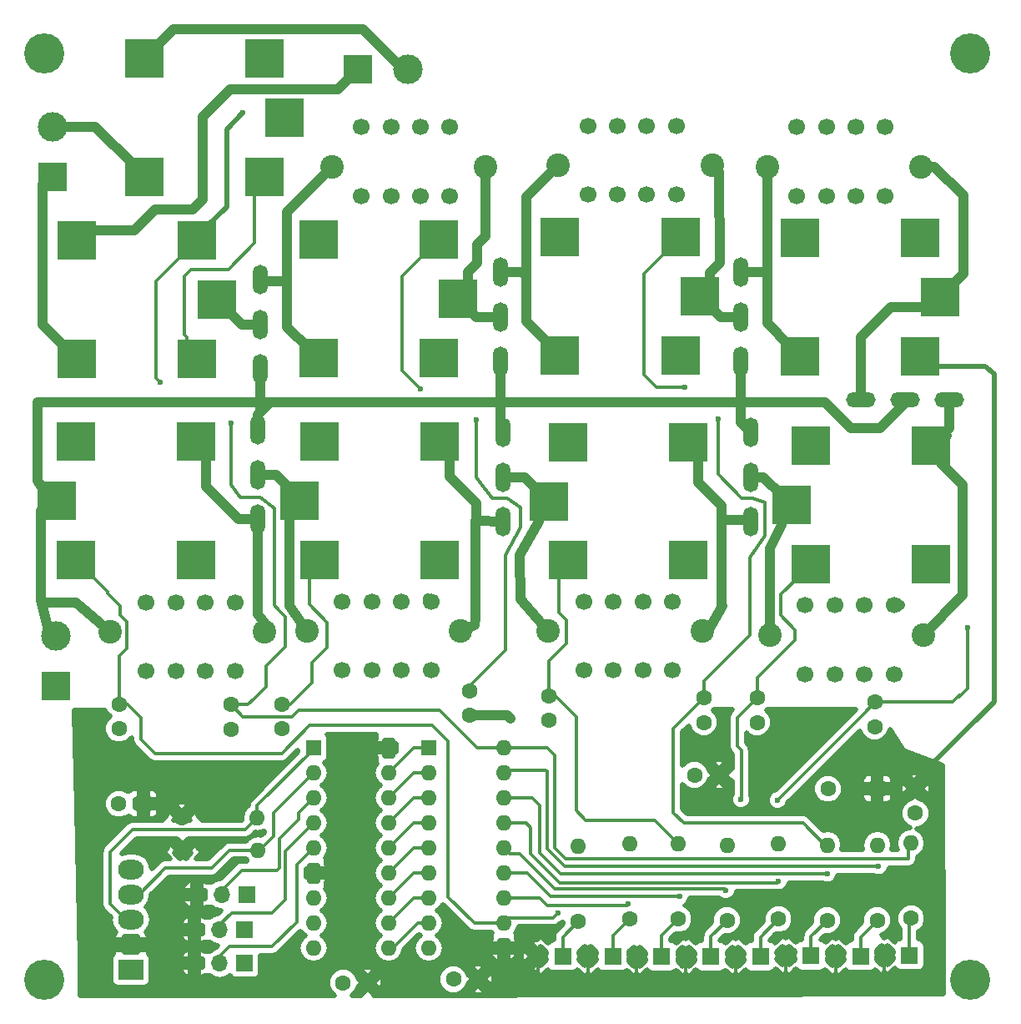
<source format=gbr>
G04 #@! TF.FileFunction,Copper,L2,Bot,Signal*
%FSLAX46Y46*%
G04 Gerber Fmt 4.6, Leading zero omitted, Abs format (unit mm)*
G04 Created by KiCad (PCBNEW 4.0.7) date 08/19/18 21:28:35*
%MOMM*%
%LPD*%
G01*
G04 APERTURE LIST*
%ADD10C,0.100000*%
%ADD11R,1.800000X1.800000*%
%ADD12C,1.800000*%
%ADD13R,2.600000X2.000000*%
%ADD14O,2.600000X2.000000*%
%ADD15C,1.600000*%
%ADD16O,1.600000X1.600000*%
%ADD17R,1.600000X1.600000*%
%ADD18R,3.000000X3.000000*%
%ADD19C,3.000000*%
%ADD20R,1.700000X1.700000*%
%ADD21O,1.700000X1.700000*%
%ADD22C,4.064000*%
%ADD23C,1.700000*%
%ADD24C,2.400000*%
%ADD25R,4.000000X4.000000*%
%ADD26C,1.524000*%
%ADD27O,1.500000X3.000000*%
%ADD28O,3.000000X1.500000*%
%ADD29C,0.600000*%
%ADD30C,1.000000*%
%ADD31C,0.350000*%
%ADD32C,0.500000*%
G04 APERTURE END LIST*
D10*
D11*
X115671600Y-144678400D03*
D12*
X113131600Y-144678400D03*
D13*
X61785500Y-145986500D03*
D14*
X61785500Y-143446500D03*
X61785500Y-140906500D03*
X61785500Y-138366500D03*
X61785500Y-135826500D03*
D15*
X137541000Y-140970000D03*
D16*
X137541000Y-133350000D03*
D11*
X105613200Y-144627600D03*
D12*
X103073200Y-144627600D03*
D11*
X110693200Y-144627600D03*
D12*
X108153200Y-144627600D03*
D17*
X92008960Y-123494800D03*
D16*
X99628960Y-143814800D03*
X92008960Y-126034800D03*
X99628960Y-141274800D03*
X92008960Y-128574800D03*
X99628960Y-138734800D03*
X92008960Y-131114800D03*
X99628960Y-136194800D03*
X92008960Y-133654800D03*
X99628960Y-133654800D03*
X92008960Y-136194800D03*
X99628960Y-131114800D03*
X92008960Y-138734800D03*
X99628960Y-128574800D03*
X92008960Y-141274800D03*
X99628960Y-126034800D03*
X92008960Y-143814800D03*
X99628960Y-123494800D03*
D17*
X80324960Y-123494800D03*
D16*
X87944960Y-143814800D03*
X80324960Y-126034800D03*
X87944960Y-141274800D03*
X80324960Y-128574800D03*
X87944960Y-138734800D03*
X80324960Y-131114800D03*
X87944960Y-136194800D03*
X80324960Y-133654800D03*
X87944960Y-133654800D03*
X80324960Y-136194800D03*
X87944960Y-131114800D03*
X80324960Y-138734800D03*
X87944960Y-128574800D03*
X80324960Y-141274800D03*
X87944960Y-126034800D03*
X80324960Y-143814800D03*
X87944960Y-123494800D03*
D18*
X54203600Y-117195600D03*
D19*
X54203600Y-112115600D03*
D18*
X84836000Y-54610000D03*
D19*
X89916000Y-54610000D03*
D15*
X60579000Y-121539000D03*
X60579000Y-119039000D03*
X77152500Y-121539000D03*
X77152500Y-119039000D03*
X104203500Y-120713500D03*
X104203500Y-118213500D03*
X125349000Y-120904000D03*
X125349000Y-118404000D03*
X137287000Y-121361200D03*
X137287000Y-118861200D03*
X119951500Y-120904000D03*
X119951500Y-118404000D03*
X96202500Y-120205500D03*
X96202500Y-117705500D03*
X71945500Y-121602500D03*
X71945500Y-119102500D03*
X141401800Y-130124200D03*
X141401800Y-127624200D03*
X83312000Y-147320000D03*
X85812000Y-147320000D03*
D17*
X137541000Y-127635000D03*
D15*
X132541000Y-127635000D03*
D20*
X73342500Y-145351500D03*
D21*
X70802500Y-145351500D03*
X68262500Y-145351500D03*
D20*
X73342500Y-141922500D03*
D21*
X70802500Y-141922500D03*
X68262500Y-141922500D03*
D20*
X73533000Y-138366500D03*
D21*
X70993000Y-138366500D03*
X68453000Y-138366500D03*
D15*
X67056000Y-133858000D03*
D16*
X74676000Y-133858000D03*
D17*
X63055500Y-129159000D03*
D15*
X60555500Y-129159000D03*
D18*
X53848000Y-65532000D03*
D19*
X53848000Y-60452000D03*
D22*
X53000000Y-53000000D03*
X53000000Y-147000000D03*
X147000000Y-53000000D03*
X147000000Y-147000000D03*
D15*
X66992500Y-130556000D03*
D16*
X74612500Y-130556000D03*
D11*
X120650000Y-144678400D03*
D12*
X118110000Y-144678400D03*
D11*
X125679200Y-144678400D03*
D12*
X123139200Y-144678400D03*
D11*
X130810000Y-144576800D03*
D12*
X128270000Y-144576800D03*
D11*
X135839200Y-144627600D03*
D12*
X133299200Y-144627600D03*
D11*
X140817600Y-144526000D03*
D12*
X138277600Y-144526000D03*
D15*
X107188000Y-141097000D03*
D16*
X107188000Y-133477000D03*
D15*
X112395000Y-140843000D03*
D16*
X112395000Y-133223000D03*
D15*
X117348000Y-140843000D03*
D16*
X117348000Y-133223000D03*
D15*
X122301000Y-140970000D03*
D16*
X122301000Y-133350000D03*
D15*
X127508000Y-140843000D03*
D16*
X127508000Y-133223000D03*
D15*
X132461000Y-140970000D03*
D16*
X132461000Y-133350000D03*
D15*
X140970000Y-140766800D03*
D16*
X140970000Y-133146800D03*
D23*
X92249000Y-108633000D03*
X89249000Y-108633000D03*
X86249000Y-108633000D03*
X83249000Y-108633000D03*
X92249000Y-115633000D03*
X89249000Y-115633000D03*
X86249000Y-115633000D03*
X83249000Y-115633000D03*
D24*
X95249000Y-111633000D03*
X79629000Y-111633000D03*
D23*
X72335400Y-108709200D03*
X69335400Y-108709200D03*
X66335400Y-108709200D03*
X63335400Y-108709200D03*
X72335400Y-115709200D03*
X69335400Y-115709200D03*
X66335400Y-115709200D03*
X63335400Y-115709200D03*
D24*
X75335400Y-111709200D03*
X59715400Y-111709200D03*
D23*
X116760000Y-108633000D03*
X113760000Y-108633000D03*
X110760000Y-108633000D03*
X107760000Y-108633000D03*
X116760000Y-115633000D03*
X113760000Y-115633000D03*
X110760000Y-115633000D03*
X107760000Y-115633000D03*
D24*
X119760000Y-111633000D03*
X104140000Y-111633000D03*
D23*
X139239000Y-109014000D03*
X136239000Y-109014000D03*
X133239000Y-109014000D03*
X130239000Y-109014000D03*
X139239000Y-116014000D03*
X136239000Y-116014000D03*
X133239000Y-116014000D03*
X130239000Y-116014000D03*
D24*
X142239000Y-112014000D03*
X126619000Y-112014000D03*
D23*
X129366000Y-67516000D03*
X132366000Y-67516000D03*
X135366000Y-67516000D03*
X138366000Y-67516000D03*
X129366000Y-60516000D03*
X132366000Y-60516000D03*
X135366000Y-60516000D03*
X138366000Y-60516000D03*
D24*
X126366000Y-64516000D03*
X141986000Y-64516000D03*
D23*
X108157000Y-67389000D03*
X111157000Y-67389000D03*
X114157000Y-67389000D03*
X117157000Y-67389000D03*
X108157000Y-60389000D03*
X111157000Y-60389000D03*
X114157000Y-60389000D03*
X117157000Y-60389000D03*
D24*
X105157000Y-64389000D03*
X120777000Y-64389000D03*
D23*
X85170000Y-67516000D03*
X88170000Y-67516000D03*
X91170000Y-67516000D03*
X94170000Y-67516000D03*
X85170000Y-60516000D03*
X88170000Y-60516000D03*
X91170000Y-60516000D03*
X94170000Y-60516000D03*
D24*
X82170000Y-64516000D03*
X97790000Y-64516000D03*
D15*
X118999000Y-126238000D03*
X121499000Y-126238000D03*
X94538800Y-146964400D03*
X97038800Y-146964400D03*
D25*
X118388500Y-104472500D03*
X106188500Y-104472500D03*
X118388500Y-92472500D03*
X104188500Y-98472500D03*
D26*
X105188500Y-91472500D03*
X117388500Y-91472500D03*
X117388500Y-103472500D03*
X103188500Y-97472500D03*
X105188500Y-103472500D03*
X105188500Y-97472500D03*
X103188500Y-99472500D03*
X105188500Y-99472500D03*
X107188500Y-91472500D03*
X105188500Y-93472500D03*
X107188500Y-93472500D03*
X107188500Y-103472500D03*
X105188500Y-105472500D03*
X107188500Y-105472500D03*
X119388500Y-103472500D03*
X117388500Y-105472500D03*
X119388500Y-105472500D03*
X119388500Y-91472500D03*
X117388500Y-93472500D03*
X119388500Y-93472500D03*
D25*
X106188500Y-92472500D03*
X80811000Y-71943200D03*
X93011000Y-71943200D03*
X80811000Y-83943200D03*
X95011000Y-77943200D03*
D26*
X94011000Y-84943200D03*
X81811000Y-84943200D03*
X81811000Y-72943200D03*
X96011000Y-78943200D03*
X94011000Y-72943200D03*
X94011000Y-78943200D03*
X96011000Y-76943200D03*
X94011000Y-76943200D03*
X92011000Y-84943200D03*
X94011000Y-82943200D03*
X92011000Y-82943200D03*
X92011000Y-72943200D03*
X94011000Y-70943200D03*
X92011000Y-70943200D03*
X79811000Y-72943200D03*
X81811000Y-70943200D03*
X79811000Y-70943200D03*
X79811000Y-84943200D03*
X81811000Y-82943200D03*
X79811000Y-82943200D03*
D25*
X93011000Y-83943200D03*
X63132600Y-53538360D03*
X75332600Y-53538360D03*
X63132600Y-65538360D03*
X77332600Y-59538360D03*
D26*
X76332600Y-66538360D03*
X64132600Y-66538360D03*
X64132600Y-54538360D03*
X78332600Y-60538360D03*
X76332600Y-54538360D03*
X76332600Y-60538360D03*
X78332600Y-58538360D03*
X76332600Y-58538360D03*
X74332600Y-66538360D03*
X76332600Y-64538360D03*
X74332600Y-64538360D03*
X74332600Y-54538360D03*
X76332600Y-52538360D03*
X74332600Y-52538360D03*
X62132600Y-54538360D03*
X64132600Y-52538360D03*
X62132600Y-52538360D03*
X62132600Y-66538360D03*
X64132600Y-64538360D03*
X62132600Y-64538360D03*
D25*
X75332600Y-65538360D03*
X56300000Y-71994000D03*
X68500000Y-71994000D03*
X56300000Y-83994000D03*
X70500000Y-77994000D03*
D26*
X69500000Y-84994000D03*
X57300000Y-84994000D03*
X57300000Y-72994000D03*
X71500000Y-78994000D03*
X69500000Y-72994000D03*
X69500000Y-78994000D03*
X71500000Y-76994000D03*
X69500000Y-76994000D03*
X67500000Y-84994000D03*
X69500000Y-82994000D03*
X67500000Y-82994000D03*
X67500000Y-72994000D03*
X69500000Y-70994000D03*
X67500000Y-70994000D03*
X55300000Y-72994000D03*
X57300000Y-70994000D03*
X55300000Y-70994000D03*
X55300000Y-84994000D03*
X57300000Y-82994000D03*
X55300000Y-82994000D03*
D25*
X68500000Y-83994000D03*
X105347400Y-71673960D03*
X117547400Y-71673960D03*
X105347400Y-83673960D03*
X119547400Y-77673960D03*
D26*
X118547400Y-84673960D03*
X106347400Y-84673960D03*
X106347400Y-72673960D03*
X120547400Y-78673960D03*
X118547400Y-72673960D03*
X118547400Y-78673960D03*
X120547400Y-76673960D03*
X118547400Y-76673960D03*
X116547400Y-84673960D03*
X118547400Y-82673960D03*
X116547400Y-82673960D03*
X116547400Y-72673960D03*
X118547400Y-70673960D03*
X116547400Y-70673960D03*
X104347400Y-72673960D03*
X106347400Y-70673960D03*
X104347400Y-70673960D03*
X104347400Y-84673960D03*
X106347400Y-82673960D03*
X104347400Y-82673960D03*
D25*
X117547400Y-83673960D03*
X129706000Y-71765400D03*
X141906000Y-71765400D03*
X129706000Y-83765400D03*
X143906000Y-77765400D03*
D26*
X142906000Y-84765400D03*
X130706000Y-84765400D03*
X130706000Y-72765400D03*
X144906000Y-78765400D03*
X142906000Y-72765400D03*
X142906000Y-78765400D03*
X144906000Y-76765400D03*
X142906000Y-76765400D03*
X140906000Y-84765400D03*
X142906000Y-82765400D03*
X140906000Y-82765400D03*
X140906000Y-72765400D03*
X142906000Y-70765400D03*
X140906000Y-70765400D03*
X128706000Y-72765400D03*
X130706000Y-70765400D03*
X128706000Y-70765400D03*
X128706000Y-84765400D03*
X130706000Y-82765400D03*
X128706000Y-82765400D03*
D25*
X141906000Y-83765400D03*
X143026500Y-104853500D03*
X130826500Y-104853500D03*
X143026500Y-92853500D03*
X128826500Y-98853500D03*
D26*
X129826500Y-91853500D03*
X142026500Y-91853500D03*
X142026500Y-103853500D03*
X127826500Y-97853500D03*
X129826500Y-103853500D03*
X129826500Y-97853500D03*
X127826500Y-99853500D03*
X129826500Y-99853500D03*
X131826500Y-91853500D03*
X129826500Y-93853500D03*
X131826500Y-93853500D03*
X131826500Y-103853500D03*
X129826500Y-105853500D03*
X131826500Y-105853500D03*
X144026500Y-103853500D03*
X142026500Y-105853500D03*
X144026500Y-105853500D03*
X144026500Y-91853500D03*
X142026500Y-93853500D03*
X144026500Y-93853500D03*
D25*
X130826500Y-92853500D03*
X93115500Y-104409000D03*
X80915500Y-104409000D03*
X93115500Y-92409000D03*
X78915500Y-98409000D03*
D26*
X79915500Y-91409000D03*
X92115500Y-91409000D03*
X92115500Y-103409000D03*
X77915500Y-97409000D03*
X79915500Y-103409000D03*
X79915500Y-97409000D03*
X77915500Y-99409000D03*
X79915500Y-99409000D03*
X81915500Y-91409000D03*
X79915500Y-93409000D03*
X81915500Y-93409000D03*
X81915500Y-103409000D03*
X79915500Y-105409000D03*
X81915500Y-105409000D03*
X94115500Y-103409000D03*
X92115500Y-105409000D03*
X94115500Y-105409000D03*
X94115500Y-91409000D03*
X92115500Y-93409000D03*
X94115500Y-93409000D03*
D25*
X80915500Y-92409000D03*
X68414000Y-104409000D03*
X56214000Y-104409000D03*
X68414000Y-92409000D03*
X54214000Y-98409000D03*
D26*
X55214000Y-91409000D03*
X67414000Y-91409000D03*
X67414000Y-103409000D03*
X53214000Y-97409000D03*
X55214000Y-103409000D03*
X55214000Y-97409000D03*
X53214000Y-99409000D03*
X55214000Y-99409000D03*
X57214000Y-91409000D03*
X55214000Y-93409000D03*
X57214000Y-93409000D03*
X57214000Y-103409000D03*
X55214000Y-105409000D03*
X57214000Y-105409000D03*
X69414000Y-103409000D03*
X67414000Y-105409000D03*
X69414000Y-105409000D03*
X69414000Y-91409000D03*
X67414000Y-93409000D03*
X69414000Y-93409000D03*
D25*
X56214000Y-92409000D03*
D27*
X74930000Y-80518000D03*
X74930000Y-85018000D03*
X74930000Y-76018000D03*
X99314000Y-79756000D03*
X99314000Y-84256000D03*
X99314000Y-75256000D03*
X123698000Y-79756000D03*
X123698000Y-84256000D03*
X123698000Y-75256000D03*
X124714000Y-96012000D03*
X124714000Y-91512000D03*
X124714000Y-100512000D03*
X99568000Y-96012000D03*
X99568000Y-91512000D03*
X99568000Y-100512000D03*
X74676000Y-95758000D03*
X74676000Y-91258000D03*
X74676000Y-100258000D03*
D28*
X135835000Y-88138000D03*
X140335000Y-88138000D03*
X144835000Y-88138000D03*
D29*
X100330000Y-120523000D03*
X105156000Y-140208000D03*
X112268000Y-139319000D03*
X117475000Y-138557000D03*
X123698000Y-128714500D03*
X122174000Y-137922000D03*
X146685000Y-111302800D03*
X127444500Y-128778000D03*
X127508000Y-137033000D03*
X121412000Y-90106500D03*
X118046500Y-86868000D03*
X132461000Y-136271000D03*
X96837500Y-90170000D03*
X91186000Y-87058500D03*
X137668000Y-135509000D03*
X71945500Y-90551000D03*
X64770000Y-86423500D03*
X73152000Y-59055000D03*
D30*
X77915500Y-99409000D02*
X77915500Y-109094000D01*
X77915500Y-109094000D02*
X79629000Y-111633000D01*
X74676000Y-95758000D02*
X76517500Y-95758000D01*
X76517500Y-95758000D02*
X77915500Y-97156000D01*
X77915500Y-97156000D02*
X77915500Y-97409000D01*
X75335400Y-111709200D02*
X75335400Y-110821200D01*
X75335400Y-110821200D02*
X74676000Y-109918500D01*
X74676000Y-109918500D02*
X74676000Y-100258000D01*
X74676000Y-100258000D02*
X72699000Y-100258000D01*
X69414000Y-96973000D02*
X69414000Y-93409000D01*
X72699000Y-100258000D02*
X69414000Y-96973000D01*
X103188500Y-99472500D02*
X103188500Y-100519500D01*
X101346000Y-108394500D02*
X104140000Y-111633000D01*
X101219000Y-103886000D02*
X101346000Y-108394500D01*
X103188500Y-100519500D02*
X101219000Y-103886000D01*
X99568000Y-96012000D02*
X101728000Y-96012000D01*
X101728000Y-96012000D02*
X103188500Y-97472500D01*
X94115500Y-93409000D02*
X94115500Y-95944300D01*
X96824800Y-98653600D02*
X96824800Y-100487305D01*
X94115500Y-95944300D02*
X96824800Y-98653600D01*
X99568000Y-100512000D02*
X96824800Y-100487305D01*
X96824800Y-100487305D02*
X96746500Y-100486600D01*
X96818500Y-100558600D02*
X96746500Y-100558600D01*
X96746500Y-100486600D02*
X96818500Y-100558600D01*
X96746500Y-100558600D02*
X96746500Y-110365100D01*
X96746500Y-110365100D02*
X96647000Y-110998000D01*
X95249000Y-111633000D02*
X96647000Y-110998000D01*
X127826500Y-99853500D02*
X127826500Y-100837000D01*
X126619000Y-111188500D02*
X126619000Y-112014000D01*
X126619000Y-103251000D02*
X126619000Y-111188500D01*
X127826500Y-100837000D02*
X126619000Y-103251000D01*
X124714000Y-96012000D02*
X125985000Y-96012000D01*
X125985000Y-96012000D02*
X127826500Y-97853500D01*
X121697750Y-100393500D02*
X124595500Y-100393500D01*
X124595500Y-100393500D02*
X124714000Y-100512000D01*
X121697750Y-98901250D02*
X121697750Y-100393500D01*
X121697750Y-100393500D02*
X121697750Y-109251750D01*
X121697750Y-109251750D02*
X121856500Y-109093000D01*
X119760000Y-111633000D02*
X120396000Y-111633000D01*
X120396000Y-111633000D02*
X121856500Y-109093000D01*
X119388500Y-93472500D02*
X119388500Y-96592000D01*
X119388500Y-96592000D02*
X121697750Y-98901250D01*
X135835000Y-88138000D02*
X135835000Y-81843000D01*
X138912600Y-78765400D02*
X142906000Y-78765400D01*
X135835000Y-81843000D02*
X138912600Y-78765400D01*
X145367400Y-78304000D02*
X144906000Y-78765400D01*
X141986000Y-64516000D02*
X143306800Y-64516000D01*
X146253200Y-75418200D02*
X144906000Y-76765400D01*
X146253200Y-67462400D02*
X146253200Y-75418200D01*
X143306800Y-64516000D02*
X146253200Y-67462400D01*
X144026500Y-93853500D02*
X144026500Y-94623500D01*
X146240500Y-108012500D02*
X142239000Y-112014000D01*
X146240500Y-96837500D02*
X146240500Y-108012500D01*
X144026500Y-94623500D02*
X146240500Y-96837500D01*
X144835000Y-88138000D02*
X144835000Y-91045000D01*
X144835000Y-91045000D02*
X144026500Y-91853500D01*
X144026500Y-91853500D02*
X144620500Y-91853500D01*
X120547400Y-76673960D02*
X120547400Y-75286600D01*
X121539000Y-74295000D02*
X121475500Y-65087500D01*
X120547400Y-75286600D02*
X121539000Y-74295000D01*
X121475500Y-65087500D02*
X120777000Y-64389000D01*
X123698000Y-79756000D02*
X121629440Y-79756000D01*
X121629440Y-79756000D02*
X120547400Y-78673960D01*
X126366000Y-75184000D02*
X123770000Y-75184000D01*
X123770000Y-75184000D02*
X123698000Y-75256000D01*
X126366000Y-64516000D02*
X126366000Y-75184000D01*
X126366000Y-75184000D02*
X126366000Y-80425400D01*
X126366000Y-80425400D02*
X128706000Y-82765400D01*
X96011000Y-76943200D02*
X96011000Y-75185000D01*
X97790000Y-71564500D02*
X97790000Y-64516000D01*
X96901000Y-72453500D02*
X97790000Y-71564500D01*
X96901000Y-74295000D02*
X96901000Y-72453500D01*
X96011000Y-75185000D02*
X96901000Y-74295000D01*
X99314000Y-79756000D02*
X96823800Y-79756000D01*
X96823800Y-79756000D02*
X96011000Y-78943200D01*
X101904800Y-76098400D02*
X101904800Y-67641200D01*
X101904800Y-67641200D02*
X105157000Y-64389000D01*
X104673400Y-64389000D02*
X105157000Y-64389000D01*
X99314000Y-75256000D02*
X101477200Y-75256000D01*
X101904800Y-80231360D02*
X104347400Y-82673960D01*
X101904800Y-75683600D02*
X101904800Y-76098400D01*
X101904800Y-76098400D02*
X101904800Y-80231360D01*
X101477200Y-75256000D02*
X101904800Y-75683600D01*
X105157000Y-64389000D02*
X104838500Y-64389000D01*
X74930000Y-80518000D02*
X73024000Y-80518000D01*
X73024000Y-80518000D02*
X71500000Y-78994000D01*
X77647800Y-76149200D02*
X75061200Y-76149200D01*
X75061200Y-76149200D02*
X74930000Y-76018000D01*
X82170000Y-64516000D02*
X82170000Y-64565800D01*
X82170000Y-64565800D02*
X77647800Y-69088000D01*
X77647800Y-80780000D02*
X79811000Y-82943200D01*
X77647800Y-69088000D02*
X77647800Y-76149200D01*
X77647800Y-76149200D02*
X77647800Y-80780000D01*
X81915000Y-64516000D02*
X82170000Y-64516000D01*
X91925000Y-108309000D02*
X92249000Y-108633000D01*
X139239000Y-109014000D02*
X139882000Y-109014000D01*
X57300000Y-70994000D02*
X62102000Y-70994000D01*
X82804000Y-56642000D02*
X84836000Y-54610000D01*
X71882000Y-56642000D02*
X82804000Y-56642000D01*
X69088000Y-59436000D02*
X71882000Y-56642000D01*
X69088000Y-67818000D02*
X69088000Y-59436000D01*
X68072000Y-68834000D02*
X69088000Y-67818000D01*
X64262000Y-68834000D02*
X68072000Y-68834000D01*
X62102000Y-70994000D02*
X64262000Y-68834000D01*
X53848000Y-65532000D02*
X53594000Y-65532000D01*
X53594000Y-65532000D02*
X52832000Y-66294000D01*
X52832000Y-66294000D02*
X52832000Y-80526000D01*
X52832000Y-80526000D02*
X55300000Y-82994000D01*
X96202500Y-120205500D02*
X100012500Y-120205500D01*
X100012500Y-120205500D02*
X100330000Y-120523000D01*
D31*
X59436000Y-107631000D02*
X59436000Y-107797600D01*
X60579000Y-114173000D02*
X60579000Y-119039000D01*
X61366400Y-113385600D02*
X60579000Y-114173000D01*
X61366400Y-110667800D02*
X61366400Y-113385600D01*
X60706000Y-110007400D02*
X61366400Y-110667800D01*
X60706000Y-109067600D02*
X60706000Y-110007400D01*
X59436000Y-107797600D02*
X60706000Y-109067600D01*
X99628960Y-141274800D02*
X96634300Y-141274800D01*
X96634300Y-141274800D02*
X93980000Y-138620500D01*
X93980000Y-138620500D02*
X93980000Y-122809000D01*
X93980000Y-122809000D02*
X92392500Y-121221500D01*
X92392500Y-121221500D02*
X79946500Y-121221500D01*
X79946500Y-121221500D02*
X77089000Y-124079000D01*
X77089000Y-124079000D02*
X64262000Y-124079000D01*
X64262000Y-124079000D02*
X62801500Y-122618500D01*
X62801500Y-122618500D02*
X62801500Y-120396000D01*
X62801500Y-120396000D02*
X61444500Y-119039000D01*
X61444500Y-119039000D02*
X60579000Y-119039000D01*
X60579000Y-119039000D02*
X60579000Y-118999000D01*
X59436000Y-107631000D02*
X57214000Y-105409000D01*
X105156000Y-140208000D02*
X104648000Y-140716000D01*
X104648000Y-140716000D02*
X100187760Y-140716000D01*
X100187760Y-140716000D02*
X99628960Y-141274800D01*
X77152500Y-119039000D02*
X78001500Y-119039000D01*
X79915500Y-108935000D02*
X79915500Y-105409000D01*
X81724500Y-110744000D02*
X79915500Y-108935000D01*
X81724500Y-113284000D02*
X81724500Y-110744000D01*
X80200500Y-114808000D02*
X81724500Y-113284000D01*
X80200500Y-116840000D02*
X80200500Y-114808000D01*
X78001500Y-119039000D02*
X80200500Y-116840000D01*
X103301800Y-138734800D02*
X99628960Y-138734800D01*
X104013000Y-139446000D02*
X103301800Y-138734800D01*
X112141000Y-139446000D02*
X104013000Y-139446000D01*
X112268000Y-139319000D02*
X112141000Y-139446000D01*
X99628960Y-138734800D02*
X99628960Y-138998960D01*
X99628960Y-138734800D02*
X99832160Y-138734800D01*
X99628960Y-138734800D02*
X100136960Y-138734800D01*
X104203500Y-118213500D02*
X104203500Y-114681000D01*
X105188500Y-109760500D02*
X105188500Y-105472500D01*
X105981500Y-110553500D02*
X105188500Y-109760500D01*
X105981500Y-112903000D02*
X105981500Y-110553500D01*
X104203500Y-114681000D02*
X105981500Y-112903000D01*
X117348000Y-133223000D02*
X114935000Y-130810000D01*
X106997500Y-120332500D02*
X104878500Y-118213500D01*
X106997500Y-129857500D02*
X106997500Y-120332500D01*
X107950000Y-130810000D02*
X106997500Y-129857500D01*
X114935000Y-130810000D02*
X107950000Y-130810000D01*
X104878500Y-118213500D02*
X104203500Y-118213500D01*
X101981000Y-136144000D02*
X99679760Y-136144000D01*
X104394000Y-138557000D02*
X101981000Y-136144000D01*
X117475000Y-138557000D02*
X104394000Y-138557000D01*
X99679760Y-136144000D02*
X99628960Y-136194800D01*
X117475000Y-133350000D02*
X117348000Y-133223000D01*
X99628960Y-136194800D02*
X99628960Y-136448800D01*
X123317000Y-120436000D02*
X125349000Y-118404000D01*
X123317000Y-123317000D02*
X123317000Y-120436000D01*
X123761500Y-123761500D02*
X123317000Y-123317000D01*
X123761500Y-128651000D02*
X123761500Y-123761500D01*
X123698000Y-128714500D02*
X123761500Y-128651000D01*
X125349000Y-118404000D02*
X125349000Y-116395500D01*
X125349000Y-116395500D02*
X129222500Y-112522000D01*
X129222500Y-112522000D02*
X129222500Y-111506000D01*
X129222500Y-111506000D02*
X127762000Y-110045500D01*
X127762000Y-110045500D02*
X127762000Y-107918000D01*
X127762000Y-107918000D02*
X129826500Y-105853500D01*
X100213160Y-134239000D02*
X99628960Y-133654800D01*
X101219000Y-134239000D02*
X100213160Y-134239000D01*
X104775000Y-137795000D02*
X101219000Y-134239000D01*
X122047000Y-137795000D02*
X104775000Y-137795000D01*
X122174000Y-137922000D02*
X122047000Y-137795000D01*
X99628960Y-133654800D02*
X99946460Y-133654800D01*
X137287000Y-118861200D02*
X145222600Y-118861200D01*
X145897600Y-118186200D02*
X145897600Y-118287800D01*
X145222600Y-118861200D02*
X145897600Y-118186200D01*
X146735800Y-111353600D02*
X146685000Y-111302800D01*
X146735800Y-117449600D02*
X146735800Y-111353600D01*
X145897600Y-118287800D02*
X146735800Y-117449600D01*
X136192900Y-120029600D02*
X137287000Y-118861200D01*
X127444500Y-128778000D02*
X136192900Y-120029600D01*
X101904800Y-131114800D02*
X99628960Y-131114800D01*
X102362000Y-131572000D02*
X101904800Y-131114800D01*
X102362000Y-134239000D02*
X102362000Y-131572000D01*
X105283000Y-137160000D02*
X102362000Y-134239000D01*
X127381000Y-137160000D02*
X105283000Y-137160000D01*
X127508000Y-137033000D02*
X127381000Y-137160000D01*
X113855500Y-75365860D02*
X113855500Y-85661500D01*
X113855500Y-85661500D02*
X115125500Y-86931500D01*
X119951500Y-118404000D02*
X119951500Y-116713000D01*
X119951500Y-116713000D02*
X124587000Y-112077500D01*
X124587000Y-112077500D02*
X124587000Y-104140000D01*
X124587000Y-104140000D02*
X126111000Y-101981000D01*
X126111000Y-101981000D02*
X126111000Y-98552000D01*
X126111000Y-98552000D02*
X124904500Y-98171000D01*
X124904500Y-98171000D02*
X123761500Y-98171000D01*
X123761500Y-98171000D02*
X121412000Y-95694500D01*
X121412000Y-95694500D02*
X121412000Y-90106500D01*
X118046500Y-86868000D02*
X117983000Y-86931500D01*
X117983000Y-86931500D02*
X115125500Y-86931500D01*
X113855500Y-75365860D02*
X116547400Y-72673960D01*
X132461000Y-133350000D02*
X132270500Y-133350000D01*
X132270500Y-133350000D02*
X130048000Y-131127500D01*
X116840000Y-121515500D02*
X119951500Y-118404000D01*
X116840000Y-130048000D02*
X116840000Y-121515500D01*
X117919500Y-131127500D02*
X116840000Y-130048000D01*
X130048000Y-131127500D02*
X117919500Y-131127500D01*
X102539800Y-128574800D02*
X99628960Y-128574800D01*
X103251000Y-129286000D02*
X102539800Y-128574800D01*
X103251000Y-134112000D02*
X103251000Y-129286000D01*
X105410000Y-136271000D02*
X103251000Y-134112000D01*
X132461000Y-136271000D02*
X105410000Y-136271000D01*
X101346000Y-99060000D02*
X99949000Y-98171000D01*
X99949000Y-98171000D02*
X98425000Y-98171000D01*
X98425000Y-98171000D02*
X96837500Y-96075500D01*
X96837500Y-96075500D02*
X96837500Y-90170000D01*
X91186000Y-87058500D02*
X89344500Y-85217000D01*
X89344500Y-85217000D02*
X89344500Y-75609700D01*
X99822000Y-113601500D02*
X99822000Y-103886000D01*
X99822000Y-103886000D02*
X101346000Y-101092000D01*
X101346000Y-101092000D02*
X101346000Y-99060000D01*
X99628960Y-126034800D02*
X99237800Y-126034800D01*
X96202500Y-117705500D02*
X96202500Y-117221000D01*
X96202500Y-117221000D02*
X99822000Y-113601500D01*
X89344500Y-75609700D02*
X92011000Y-72943200D01*
X103886000Y-125730000D02*
X99933760Y-125730000D01*
X104013000Y-125857000D02*
X103886000Y-125730000D01*
X104013000Y-133731000D02*
X104013000Y-125857000D01*
X105791000Y-135509000D02*
X104013000Y-133731000D01*
X137668000Y-135509000D02*
X105791000Y-135509000D01*
X99933760Y-125730000D02*
X99628960Y-126034800D01*
X99628960Y-126034800D02*
X99946460Y-126034800D01*
X76327000Y-108940600D02*
X76327000Y-109042200D01*
X76327000Y-109042200D02*
X76758800Y-109474000D01*
X75488800Y-117297200D02*
X74295000Y-118491000D01*
X73683500Y-119102500D02*
X74295000Y-118491000D01*
X71945500Y-119102500D02*
X73683500Y-119102500D01*
X76758800Y-109474000D02*
X77470000Y-110185200D01*
X77470000Y-110185200D02*
X77470000Y-113233200D01*
X77470000Y-113233200D02*
X75488800Y-115214400D01*
X75488800Y-115214400D02*
X75488800Y-117297200D01*
X99628960Y-123494800D02*
X96951800Y-123494800D01*
X73175500Y-120332500D02*
X71945500Y-119102500D01*
X78105000Y-120332500D02*
X73175500Y-120332500D01*
X78803500Y-119634000D02*
X78105000Y-120332500D01*
X93091000Y-119634000D02*
X78803500Y-119634000D01*
X96951800Y-123494800D02*
X93091000Y-119634000D01*
X76327000Y-108940600D02*
X76327000Y-99187000D01*
X76327000Y-99187000D02*
X74930000Y-98044000D01*
X74930000Y-98044000D02*
X72898000Y-98044000D01*
X72898000Y-98044000D02*
X71945500Y-96837500D01*
X71945500Y-96837500D02*
X71945500Y-90551000D01*
X64770000Y-86423500D02*
X64325500Y-85979000D01*
X64325500Y-85979000D02*
X64325500Y-76168500D01*
X64325500Y-76168500D02*
X67500000Y-72994000D01*
X140970000Y-133146800D02*
X140716000Y-133146800D01*
X140716000Y-133146800D02*
X140716000Y-134747000D01*
X140716000Y-134747000D02*
X105918000Y-134747000D01*
X105918000Y-134747000D02*
X104775000Y-133604000D01*
X104775000Y-133604000D02*
X104775000Y-124206000D01*
X104775000Y-124206000D02*
X104063800Y-123494800D01*
X104063800Y-123494800D02*
X99628960Y-123494800D01*
D32*
X69500000Y-70994000D02*
X69500000Y-70581000D01*
X69500000Y-70581000D02*
X71501000Y-68580000D01*
X71501000Y-68580000D02*
X71501000Y-60706000D01*
X71501000Y-60706000D02*
X73152000Y-59055000D01*
D31*
X99628960Y-123494800D02*
X99628960Y-123758960D01*
X92008960Y-128574800D02*
X90484960Y-128574800D01*
X90484960Y-128574800D02*
X87944960Y-131114800D01*
X92008960Y-126034800D02*
X90484960Y-126034800D01*
X90484960Y-126034800D02*
X87944960Y-128574800D01*
X92008960Y-123494800D02*
X90484960Y-123494800D01*
X90484960Y-123494800D02*
X87944960Y-126034800D01*
D32*
X141376400Y-127863600D02*
X141376400Y-126746000D01*
X148494000Y-84765400D02*
X142906000Y-84765400D01*
X149453600Y-85547200D02*
X148494000Y-84765400D01*
X149453600Y-118846600D02*
X149453600Y-85547200D01*
X141376400Y-126746000D02*
X149453600Y-118846600D01*
D31*
X138277600Y-144526000D02*
X138277600Y-147320000D01*
X138277600Y-147320000D02*
X138379200Y-147421600D01*
X133299200Y-144627600D02*
X133299200Y-147675600D01*
X133299200Y-147675600D02*
X133045200Y-147929600D01*
X128270000Y-144576800D02*
X128270000Y-147624800D01*
X128270000Y-147624800D02*
X128473200Y-147828000D01*
X123139200Y-144678400D02*
X123139200Y-147574000D01*
X118110000Y-144678400D02*
X118110000Y-147726400D01*
X118110000Y-147726400D02*
X118262400Y-147878800D01*
X113131600Y-144678400D02*
X113131600Y-147523200D01*
X113131600Y-147523200D02*
X112979200Y-147675600D01*
X108153200Y-144627600D02*
X108153200Y-147320000D01*
X108153200Y-147320000D02*
X107899200Y-147574000D01*
X103073200Y-144627600D02*
X103073200Y-147726400D01*
X103073200Y-147726400D02*
X103124000Y-147777200D01*
X67500000Y-82994000D02*
X67500000Y-81851000D01*
X74332600Y-72288900D02*
X74332600Y-66538360D01*
X71691500Y-74930000D02*
X74332600Y-72288900D01*
X67881500Y-74930000D02*
X71691500Y-74930000D01*
X67183000Y-75628500D02*
X67881500Y-74930000D01*
X67183000Y-81534000D02*
X67183000Y-75628500D01*
X67500000Y-81851000D02*
X67183000Y-81534000D01*
X87944960Y-143814800D02*
X88341200Y-143814800D01*
X88341200Y-143814800D02*
X90881200Y-141274800D01*
X90881200Y-141274800D02*
X92008960Y-141274800D01*
X92008960Y-138734800D02*
X90484960Y-138734800D01*
X90484960Y-138734800D02*
X87944960Y-141274800D01*
X92008960Y-136194800D02*
X90484960Y-136194800D01*
X90484960Y-136194800D02*
X87944960Y-138734800D01*
X92008960Y-133654800D02*
X90484960Y-133654800D01*
X90484960Y-133654800D02*
X87944960Y-136194800D01*
X92008960Y-131114800D02*
X90484960Y-131114800D01*
X90484960Y-131114800D02*
X87944960Y-133654800D01*
X70802500Y-145351500D02*
X70802500Y-144653000D01*
X70802500Y-144653000D02*
X71818500Y-143637000D01*
X71818500Y-143637000D02*
X76136500Y-143637000D01*
X76136500Y-143637000D02*
X78613000Y-141160500D01*
X78613000Y-141160500D02*
X78613000Y-135366760D01*
X78613000Y-135366760D02*
X80324960Y-133654800D01*
X70802500Y-141922500D02*
X70802500Y-141414500D01*
X70802500Y-141414500D02*
X72009000Y-140208000D01*
X72009000Y-140208000D02*
X76136500Y-140208000D01*
X76136500Y-140208000D02*
X77470000Y-138874500D01*
X77470000Y-138874500D02*
X77470000Y-133969760D01*
X77470000Y-133969760D02*
X80324960Y-131114800D01*
X70672960Y-142036800D02*
X70672960Y-141274800D01*
X70993000Y-138366500D02*
X70993000Y-137922000D01*
X70993000Y-137922000D02*
X73025000Y-135890000D01*
X73025000Y-135890000D02*
X76581000Y-135890000D01*
X76581000Y-135890000D02*
X76835000Y-135636000D01*
X76835000Y-135636000D02*
X76835000Y-132715000D01*
X76835000Y-132715000D02*
X78803500Y-130746500D01*
X78803500Y-130746500D02*
X78803500Y-130096260D01*
X78803500Y-130096260D02*
X80324960Y-128574800D01*
X70672960Y-138480800D02*
X70672960Y-138226800D01*
X61785500Y-138366500D02*
X62611000Y-138366500D01*
X62611000Y-138366500D02*
X65278000Y-135699500D01*
X65278000Y-135699500D02*
X69977000Y-135699500D01*
X69977000Y-135699500D02*
X71818500Y-133858000D01*
X71818500Y-133858000D02*
X74676000Y-133858000D01*
X74676000Y-133858000D02*
X74866500Y-133858000D01*
X74866500Y-133858000D02*
X76263500Y-132461000D01*
X76263500Y-132461000D02*
X76263500Y-130096260D01*
X76263500Y-130096260D02*
X80324960Y-126034800D01*
X80324960Y-126034800D02*
X80324960Y-126288800D01*
X80324960Y-126034800D02*
X79816960Y-126034800D01*
X61785500Y-140906500D02*
X61277500Y-140906500D01*
X61277500Y-140906500D02*
X59690000Y-139319000D01*
X59690000Y-139319000D02*
X59690000Y-134048500D01*
X59690000Y-134048500D02*
X61976000Y-131762500D01*
X61976000Y-131762500D02*
X73406000Y-131762500D01*
X73406000Y-131762500D02*
X74612500Y-130556000D01*
X80324960Y-123494800D02*
X80324960Y-123637040D01*
X80324960Y-123637040D02*
X74612500Y-129349500D01*
X74612500Y-129349500D02*
X74612500Y-130556000D01*
X80324960Y-123494800D02*
X80324960Y-123748800D01*
X79816960Y-123494800D02*
X80324960Y-123494800D01*
D30*
X56197500Y-108712000D02*
X59715400Y-111709200D01*
X52680600Y-108484400D02*
X52933600Y-108737400D01*
X52933600Y-108737400D02*
X56197500Y-108712000D01*
X52680600Y-108484400D02*
X53315600Y-111227600D01*
X53315600Y-111227600D02*
X54203600Y-112115600D01*
X140335000Y-88138000D02*
X140335000Y-88519000D01*
X140335000Y-88519000D02*
X137795000Y-91059000D01*
X137795000Y-91059000D02*
X134874000Y-91059000D01*
X134874000Y-91059000D02*
X132207000Y-88392000D01*
X132207000Y-88392000D02*
X123444000Y-88392000D01*
X99060000Y-88392000D02*
X123444000Y-88392000D01*
X123444000Y-88392000D02*
X123698000Y-88646000D01*
X53214000Y-97409000D02*
X52959000Y-97409000D01*
X52959000Y-97409000D02*
X52324000Y-96393000D01*
X52324000Y-96393000D02*
X52324000Y-88392000D01*
X52324000Y-88392000D02*
X75946000Y-88392000D01*
X74930000Y-85018000D02*
X74930000Y-89408000D01*
X99060000Y-88392000D02*
X75946000Y-88392000D01*
X74676000Y-89662000D02*
X74676000Y-91258000D01*
X75946000Y-88392000D02*
X74930000Y-89408000D01*
X74930000Y-89408000D02*
X74676000Y-89662000D01*
X99060000Y-88392000D02*
X99314000Y-88392000D01*
X123698000Y-84256000D02*
X123698000Y-88646000D01*
X123698000Y-88646000D02*
X123698000Y-90496000D01*
X123698000Y-90496000D02*
X124714000Y-91512000D01*
X99314000Y-84256000D02*
X99314000Y-88392000D01*
X99314000Y-88392000D02*
X99314000Y-91258000D01*
X99314000Y-91258000D02*
X99568000Y-91512000D01*
X54711600Y-112623600D02*
X54203600Y-112115600D01*
X99504500Y-84446500D02*
X99314000Y-84256000D01*
X52680600Y-99434400D02*
X52680600Y-108484400D01*
X62132600Y-64538360D02*
X62132600Y-64418600D01*
X62132600Y-64418600D02*
X58166000Y-60452000D01*
X58166000Y-60452000D02*
X53848000Y-60452000D01*
X89916000Y-54610000D02*
X89408000Y-54610000D01*
X89408000Y-54610000D02*
X85344000Y-50546000D01*
X85344000Y-50546000D02*
X66124960Y-50546000D01*
X66124960Y-50546000D02*
X64132600Y-52538360D01*
D31*
X105613200Y-144627600D02*
X105613200Y-142671800D01*
X105613200Y-142671800D02*
X107188000Y-141097000D01*
X107188000Y-141097000D02*
X107188000Y-141478000D01*
X110693200Y-144627600D02*
X110693200Y-142544800D01*
X110693200Y-142544800D02*
X112395000Y-140843000D01*
X115671600Y-144678400D02*
X115671600Y-142519400D01*
X115671600Y-142519400D02*
X117348000Y-140843000D01*
X120650000Y-144678400D02*
X120650000Y-142621000D01*
X120650000Y-142621000D02*
X122301000Y-140970000D01*
X125679200Y-144678400D02*
X125679200Y-142671800D01*
X125679200Y-142671800D02*
X127508000Y-140843000D01*
X127508000Y-140843000D02*
X127508000Y-141351000D01*
X130810000Y-144576800D02*
X130810000Y-142621000D01*
X130810000Y-142621000D02*
X132461000Y-140970000D01*
X132461000Y-140970000D02*
X132461000Y-141605000D01*
X135839200Y-144627600D02*
X135839200Y-142671800D01*
X135839200Y-142671800D02*
X137541000Y-140970000D01*
X140817600Y-144526000D02*
X140817600Y-140919200D01*
X140817600Y-140919200D02*
X140970000Y-140766800D01*
D32*
G36*
X127151310Y-127763042D02*
X126850500Y-127887334D01*
X126554872Y-128182446D01*
X126394682Y-128568226D01*
X126394318Y-128985942D01*
X126553834Y-129372000D01*
X126848946Y-129667628D01*
X127234726Y-129827818D01*
X127652442Y-129828182D01*
X128038500Y-129668666D01*
X128334128Y-129373554D01*
X128459839Y-129070809D01*
X129588687Y-127941961D01*
X130990732Y-127941961D01*
X131226208Y-128511857D01*
X131661849Y-128948260D01*
X132231333Y-129184730D01*
X132847961Y-129185268D01*
X133417857Y-128949792D01*
X133854260Y-128514151D01*
X133974533Y-128224500D01*
X135983000Y-128224500D01*
X135983000Y-128585775D01*
X136098398Y-128864372D01*
X136311627Y-129077601D01*
X136590224Y-129193000D01*
X136951500Y-129193000D01*
X137141000Y-129003500D01*
X137141000Y-128035000D01*
X137941000Y-128035000D01*
X137941000Y-129003500D01*
X138130500Y-129193000D01*
X138491776Y-129193000D01*
X138770373Y-129077601D01*
X138983602Y-128864372D01*
X139099000Y-128585775D01*
X139099000Y-128224500D01*
X138909500Y-128035000D01*
X137941000Y-128035000D01*
X137141000Y-128035000D01*
X136172500Y-128035000D01*
X135983000Y-128224500D01*
X133974533Y-128224500D01*
X134090730Y-127944667D01*
X134090983Y-127654264D01*
X139813561Y-127654264D01*
X139922954Y-128204217D01*
X140170995Y-128289319D01*
X140836115Y-127624200D01*
X141967485Y-127624200D01*
X142632605Y-128289319D01*
X142880646Y-128204217D01*
X142990039Y-127594136D01*
X142880646Y-127044183D01*
X142632605Y-126959081D01*
X141967485Y-127624200D01*
X140836115Y-127624200D01*
X140170995Y-126959081D01*
X139922954Y-127044183D01*
X139813561Y-127654264D01*
X134090983Y-127654264D01*
X134091268Y-127328039D01*
X133855792Y-126758143D01*
X133782004Y-126684225D01*
X135983000Y-126684225D01*
X135983000Y-127045500D01*
X136172500Y-127235000D01*
X137141000Y-127235000D01*
X137141000Y-126266500D01*
X137941000Y-126266500D01*
X137941000Y-127235000D01*
X138909500Y-127235000D01*
X139099000Y-127045500D01*
X139099000Y-126684225D01*
X138983602Y-126405628D01*
X138971369Y-126393395D01*
X140736681Y-126393395D01*
X141401800Y-127058515D01*
X142066919Y-126393395D01*
X141981817Y-126145354D01*
X141371736Y-126035961D01*
X140821783Y-126145354D01*
X140736681Y-126393395D01*
X138971369Y-126393395D01*
X138770373Y-126192399D01*
X138491776Y-126077000D01*
X138130500Y-126077000D01*
X137941000Y-126266500D01*
X137141000Y-126266500D01*
X136951500Y-126077000D01*
X136590224Y-126077000D01*
X136311627Y-126192399D01*
X136098398Y-126405628D01*
X135983000Y-126684225D01*
X133782004Y-126684225D01*
X133420151Y-126321740D01*
X132850667Y-126085270D01*
X132234039Y-126084732D01*
X131664143Y-126320208D01*
X131227740Y-126755849D01*
X130991270Y-127325333D01*
X130990732Y-127941961D01*
X129588687Y-127941961D01*
X135773500Y-121757148D01*
X135972208Y-122238057D01*
X136407849Y-122674460D01*
X136977333Y-122910930D01*
X137593961Y-122911468D01*
X138163857Y-122675992D01*
X138600260Y-122240351D01*
X138836730Y-121670867D01*
X138836771Y-121623552D01*
X140223013Y-123719091D01*
X140293104Y-123789345D01*
X140343089Y-123814997D01*
X144185116Y-125267946D01*
X144253158Y-146360695D01*
X144218484Y-146444198D01*
X144217518Y-147550946D01*
X144257308Y-147647245D01*
X144259954Y-148467578D01*
X86459928Y-148600912D01*
X86477119Y-148550805D01*
X85812000Y-147885685D01*
X85146881Y-148550805D01*
X85165097Y-148603899D01*
X84217615Y-148606084D01*
X84625260Y-148199151D01*
X84808532Y-147757782D01*
X85246315Y-147320000D01*
X86377685Y-147320000D01*
X87042805Y-147985119D01*
X87290846Y-147900017D01*
X87400239Y-147289936D01*
X87396545Y-147271361D01*
X92988532Y-147271361D01*
X93224008Y-147841257D01*
X93659649Y-148277660D01*
X94229133Y-148514130D01*
X94845761Y-148514668D01*
X95415657Y-148279192D01*
X95499790Y-148195205D01*
X96373681Y-148195205D01*
X96458783Y-148443246D01*
X97068864Y-148552639D01*
X97618817Y-148443246D01*
X97703919Y-148195205D01*
X97038800Y-147530085D01*
X96373681Y-148195205D01*
X95499790Y-148195205D01*
X95852060Y-147843551D01*
X96035332Y-147402182D01*
X96473115Y-146964400D01*
X97604485Y-146964400D01*
X98269605Y-147629519D01*
X98517646Y-147544417D01*
X98627039Y-146934336D01*
X98517646Y-146384383D01*
X98269605Y-146299281D01*
X97604485Y-146964400D01*
X96473115Y-146964400D01*
X96034790Y-146526075D01*
X95853592Y-146087543D01*
X95500263Y-145733595D01*
X96373681Y-145733595D01*
X97038800Y-146398715D01*
X97703919Y-145733595D01*
X97618817Y-145485554D01*
X97008736Y-145376161D01*
X96458783Y-145485554D01*
X96373681Y-145733595D01*
X95500263Y-145733595D01*
X95417951Y-145651140D01*
X94848467Y-145414670D01*
X94231839Y-145414132D01*
X93661943Y-145649608D01*
X93225540Y-146085249D01*
X92989070Y-146654733D01*
X92988532Y-147271361D01*
X87396545Y-147271361D01*
X87290846Y-146739983D01*
X87042805Y-146654881D01*
X86377685Y-147320000D01*
X85246315Y-147320000D01*
X84807990Y-146881675D01*
X84626792Y-146443143D01*
X84273463Y-146089195D01*
X85146881Y-146089195D01*
X85812000Y-146754315D01*
X86477119Y-146089195D01*
X86392017Y-145841154D01*
X85781936Y-145731761D01*
X85231983Y-145841154D01*
X85146881Y-146089195D01*
X84273463Y-146089195D01*
X84191151Y-146006740D01*
X83621667Y-145770270D01*
X83005039Y-145769732D01*
X82435143Y-146005208D01*
X81998740Y-146440849D01*
X81762270Y-147010333D01*
X81761732Y-147626961D01*
X81997208Y-148196857D01*
X82409884Y-148610254D01*
X56668434Y-148669635D01*
X56592298Y-144986500D01*
X59720807Y-144986500D01*
X59720807Y-146986500D01*
X59773104Y-147264433D01*
X59937362Y-147519698D01*
X60187992Y-147690946D01*
X60485500Y-147751193D01*
X63085500Y-147751193D01*
X63363433Y-147698896D01*
X63618698Y-147534638D01*
X63789946Y-147284008D01*
X63850193Y-146986500D01*
X63850193Y-146013874D01*
X66797228Y-146013874D01*
X67162245Y-146524189D01*
X67600131Y-146816741D01*
X67837500Y-146704836D01*
X67837500Y-145776500D01*
X66901150Y-145776500D01*
X66797228Y-146013874D01*
X63850193Y-146013874D01*
X63850193Y-144986500D01*
X63797896Y-144708567D01*
X63785387Y-144689126D01*
X66797228Y-144689126D01*
X66901150Y-144926500D01*
X67837500Y-144926500D01*
X67837500Y-143998164D01*
X67600131Y-143886259D01*
X67162245Y-144178811D01*
X66797228Y-144689126D01*
X63785387Y-144689126D01*
X63633638Y-144453302D01*
X63528984Y-144381795D01*
X63671930Y-144203998D01*
X63572172Y-143946500D01*
X62435500Y-143946500D01*
X62435500Y-144221807D01*
X61135500Y-144221807D01*
X61135500Y-143946500D01*
X59998828Y-143946500D01*
X59899070Y-144203998D01*
X60041401Y-144381029D01*
X59952302Y-144438362D01*
X59781054Y-144688992D01*
X59720807Y-144986500D01*
X56592298Y-144986500D01*
X56271460Y-129465961D01*
X59005232Y-129465961D01*
X59240708Y-130035857D01*
X59676349Y-130472260D01*
X60245833Y-130708730D01*
X60862461Y-130709268D01*
X61432357Y-130473792D01*
X61497500Y-130408763D01*
X61497500Y-130409002D01*
X61633528Y-130409002D01*
X61826127Y-130601601D01*
X62104724Y-130717000D01*
X62466000Y-130717000D01*
X62655500Y-130527500D01*
X62655500Y-129559000D01*
X63455500Y-129559000D01*
X63455500Y-130527500D01*
X63645000Y-130717000D01*
X64006276Y-130717000D01*
X64284873Y-130601601D01*
X64498102Y-130388372D01*
X64613500Y-130109775D01*
X64613500Y-129748500D01*
X64424000Y-129559000D01*
X63455500Y-129559000D01*
X62655500Y-129559000D01*
X62255500Y-129559000D01*
X62255500Y-129325195D01*
X66327381Y-129325195D01*
X66992500Y-129990315D01*
X67657619Y-129325195D01*
X67572517Y-129077154D01*
X66962436Y-128967761D01*
X66412483Y-129077154D01*
X66327381Y-129325195D01*
X62255500Y-129325195D01*
X62255500Y-128759000D01*
X62655500Y-128759000D01*
X62655500Y-127790500D01*
X63455500Y-127790500D01*
X63455500Y-128759000D01*
X64424000Y-128759000D01*
X64613500Y-128569500D01*
X64613500Y-128208225D01*
X64498102Y-127929628D01*
X64284873Y-127716399D01*
X64006276Y-127601000D01*
X63645000Y-127601000D01*
X63455500Y-127790500D01*
X62655500Y-127790500D01*
X62466000Y-127601000D01*
X62104724Y-127601000D01*
X61826127Y-127716399D01*
X61633528Y-127908998D01*
X61497799Y-127908998D01*
X61434651Y-127845740D01*
X60865167Y-127609270D01*
X60248539Y-127608732D01*
X59678643Y-127844208D01*
X59242240Y-128279849D01*
X59005770Y-128849333D01*
X59005232Y-129465961D01*
X56271460Y-129465961D01*
X56069174Y-119680404D01*
X59164935Y-119675597D01*
X59264208Y-119915857D01*
X59636968Y-120289269D01*
X59265740Y-120659849D01*
X59029270Y-121229333D01*
X59028732Y-121845961D01*
X59264208Y-122415857D01*
X59699849Y-122852260D01*
X60269333Y-123088730D01*
X60885961Y-123089268D01*
X61455857Y-122853792D01*
X61876500Y-122433883D01*
X61876500Y-122618500D01*
X61946911Y-122972483D01*
X62147426Y-123272574D01*
X63607926Y-124733074D01*
X63908017Y-124933589D01*
X64262000Y-125004000D01*
X77089000Y-125004000D01*
X77442983Y-124933589D01*
X77743074Y-124733074D01*
X78760267Y-123715881D01*
X78760267Y-123893586D01*
X73958426Y-128695426D01*
X73757911Y-128995517D01*
X73718630Y-129193000D01*
X73693023Y-129321735D01*
X73486118Y-129459984D01*
X73150121Y-129962841D01*
X73032134Y-130556000D01*
X73077298Y-130783054D01*
X73022852Y-130837500D01*
X68950584Y-130837500D01*
X68996177Y-130791907D01*
X68543626Y-130339357D01*
X68471346Y-129975983D01*
X68223305Y-129890881D01*
X67558185Y-130556000D01*
X67839685Y-130837500D01*
X66145315Y-130837500D01*
X66426815Y-130556000D01*
X65761695Y-129890881D01*
X65513654Y-129975983D01*
X65450054Y-130330677D01*
X64988823Y-130791907D01*
X65034416Y-130837500D01*
X61976000Y-130837500D01*
X61622017Y-130907911D01*
X61321926Y-131108426D01*
X59035926Y-133394426D01*
X58835411Y-133694517D01*
X58796048Y-133892411D01*
X58765000Y-134048500D01*
X58765000Y-139319000D01*
X58835411Y-139672983D01*
X59035926Y-139973074D01*
X59740800Y-140677948D01*
X59695338Y-140906500D01*
X59828549Y-141576196D01*
X60207901Y-142143937D01*
X60292076Y-142200181D01*
X59899070Y-142689002D01*
X59998828Y-142946500D01*
X61135500Y-142946500D01*
X61135500Y-142594869D01*
X61445338Y-142656500D01*
X62125662Y-142656500D01*
X62435500Y-142594869D01*
X62435500Y-142946500D01*
X63572172Y-142946500D01*
X63671930Y-142689002D01*
X63588213Y-142584874D01*
X66797228Y-142584874D01*
X67162245Y-143095189D01*
X67600131Y-143387741D01*
X67837500Y-143275836D01*
X67837500Y-142347500D01*
X66901150Y-142347500D01*
X66797228Y-142584874D01*
X63588213Y-142584874D01*
X63278924Y-142200181D01*
X63363099Y-142143937D01*
X63742451Y-141576196D01*
X63805321Y-141260126D01*
X66797228Y-141260126D01*
X66901150Y-141497500D01*
X67837500Y-141497500D01*
X67837500Y-140569164D01*
X67600131Y-140457259D01*
X67162245Y-140749811D01*
X66797228Y-141260126D01*
X63805321Y-141260126D01*
X63875662Y-140906500D01*
X63742451Y-140236804D01*
X63363099Y-139669063D01*
X63314365Y-139636500D01*
X63363099Y-139603937D01*
X63742451Y-139036196D01*
X63743907Y-139028874D01*
X66987728Y-139028874D01*
X67352745Y-139539189D01*
X67790631Y-139831741D01*
X68028000Y-139719836D01*
X68028000Y-138791500D01*
X67091650Y-138791500D01*
X66987728Y-139028874D01*
X63743907Y-139028874D01*
X63864864Y-138420783D01*
X64581521Y-137704126D01*
X66987728Y-137704126D01*
X67091650Y-137941500D01*
X68028000Y-137941500D01*
X68028000Y-137013164D01*
X67790631Y-136901259D01*
X67352745Y-137193811D01*
X66987728Y-137704126D01*
X64581521Y-137704126D01*
X65661147Y-136624500D01*
X69977000Y-136624500D01*
X70330983Y-136554089D01*
X70631074Y-136353574D01*
X72201648Y-134783000D01*
X73435349Y-134783000D01*
X73549618Y-134954016D01*
X73566057Y-134965000D01*
X73025000Y-134965000D01*
X72671017Y-135035411D01*
X72370926Y-135235926D01*
X70841578Y-136765274D01*
X70380707Y-136856947D01*
X69992261Y-137116498D01*
X69437534Y-137116498D01*
X69115369Y-136901259D01*
X68878000Y-137013164D01*
X68878000Y-137941500D01*
X69303000Y-137941500D01*
X69303000Y-138791500D01*
X68878000Y-138791500D01*
X68878000Y-139719836D01*
X69115369Y-139831741D01*
X69437534Y-139616502D01*
X69992261Y-139616502D01*
X70380707Y-139876053D01*
X70924610Y-139984242D01*
X70571811Y-140337041D01*
X70190207Y-140412947D01*
X69801761Y-140672498D01*
X69247034Y-140672498D01*
X68924869Y-140457259D01*
X68687500Y-140569164D01*
X68687500Y-141497500D01*
X69112500Y-141497500D01*
X69112500Y-142347500D01*
X68687500Y-142347500D01*
X68687500Y-143275836D01*
X68924869Y-143387741D01*
X69247034Y-143172502D01*
X69801761Y-143172502D01*
X70190207Y-143432053D01*
X70628180Y-143519172D01*
X70334009Y-143813343D01*
X70190207Y-143841947D01*
X69801761Y-144101498D01*
X69247034Y-144101498D01*
X68924869Y-143886259D01*
X68687500Y-143998164D01*
X68687500Y-144926500D01*
X69112500Y-144926500D01*
X69112500Y-145776500D01*
X68687500Y-145776500D01*
X68687500Y-146704836D01*
X68924869Y-146816741D01*
X69247034Y-146601502D01*
X69801761Y-146601502D01*
X70190207Y-146861053D01*
X70802500Y-146982846D01*
X71414793Y-146861053D01*
X71841991Y-146575609D01*
X71944362Y-146734698D01*
X72194992Y-146905946D01*
X72492500Y-146966193D01*
X74192500Y-146966193D01*
X74470433Y-146913896D01*
X74725698Y-146749638D01*
X74896946Y-146499008D01*
X74957193Y-146201500D01*
X74957193Y-144562000D01*
X76136500Y-144562000D01*
X76490483Y-144491589D01*
X76790574Y-144291074D01*
X79003215Y-142078433D01*
X79198578Y-142370816D01*
X79458964Y-142544800D01*
X79198578Y-142718784D01*
X78862581Y-143221641D01*
X78744594Y-143814800D01*
X78862581Y-144407959D01*
X79198578Y-144910816D01*
X79701435Y-145246813D01*
X80294594Y-145364800D01*
X80355326Y-145364800D01*
X80948485Y-145246813D01*
X81451342Y-144910816D01*
X81787339Y-144407959D01*
X81905326Y-143814800D01*
X81787339Y-143221641D01*
X81451342Y-142718784D01*
X81190956Y-142544800D01*
X81451342Y-142370816D01*
X81787339Y-141867959D01*
X81905326Y-141274800D01*
X81787339Y-140681641D01*
X81451342Y-140178784D01*
X81190956Y-140004800D01*
X81451342Y-139830816D01*
X81787339Y-139327959D01*
X81905326Y-138734800D01*
X81787339Y-138141641D01*
X81527525Y-137752800D01*
X81574962Y-137752800D01*
X81574962Y-137086861D01*
X81749625Y-136825431D01*
X81633697Y-136594800D01*
X80724960Y-136594800D01*
X80724960Y-136994800D01*
X79924960Y-136994800D01*
X79924960Y-136594800D01*
X79538000Y-136594800D01*
X79538000Y-135794800D01*
X79924960Y-135794800D01*
X79924960Y-135394800D01*
X80724960Y-135394800D01*
X80724960Y-135794800D01*
X81633697Y-135794800D01*
X81749625Y-135564169D01*
X81574962Y-135302739D01*
X81574962Y-134636800D01*
X81527525Y-134636800D01*
X81787339Y-134247959D01*
X81905326Y-133654800D01*
X81787339Y-133061641D01*
X81451342Y-132558784D01*
X81190956Y-132384800D01*
X81451342Y-132210816D01*
X81787339Y-131707959D01*
X81905326Y-131114800D01*
X81787339Y-130521641D01*
X81451342Y-130018784D01*
X81190956Y-129844800D01*
X81451342Y-129670816D01*
X81787339Y-129167959D01*
X81905326Y-128574800D01*
X81787339Y-127981641D01*
X81451342Y-127478784D01*
X81190956Y-127304800D01*
X81451342Y-127130816D01*
X81787339Y-126627959D01*
X81905326Y-126034800D01*
X81787339Y-125441641D01*
X81468741Y-124964824D01*
X81658158Y-124842938D01*
X81829406Y-124592308D01*
X81889653Y-124294800D01*
X81889653Y-122694800D01*
X81837356Y-122416867D01*
X81673098Y-122161602D01*
X81650995Y-122146500D01*
X86694958Y-122146500D01*
X86694958Y-122602739D01*
X86520295Y-122864169D01*
X86636223Y-123094800D01*
X87544960Y-123094800D01*
X87544960Y-122694800D01*
X88344960Y-122694800D01*
X88344960Y-123094800D01*
X88744960Y-123094800D01*
X88744960Y-123894800D01*
X88344960Y-123894800D01*
X88344960Y-124294800D01*
X87544960Y-124294800D01*
X87544960Y-123894800D01*
X86636223Y-123894800D01*
X86520295Y-124125431D01*
X86694958Y-124386861D01*
X86694958Y-125052800D01*
X86742395Y-125052800D01*
X86482581Y-125441641D01*
X86364594Y-126034800D01*
X86482581Y-126627959D01*
X86818578Y-127130816D01*
X87078964Y-127304800D01*
X86818578Y-127478784D01*
X86482581Y-127981641D01*
X86364594Y-128574800D01*
X86482581Y-129167959D01*
X86818578Y-129670816D01*
X87078964Y-129844800D01*
X86818578Y-130018784D01*
X86482581Y-130521641D01*
X86364594Y-131114800D01*
X86482581Y-131707959D01*
X86818578Y-132210816D01*
X87078964Y-132384800D01*
X86818578Y-132558784D01*
X86482581Y-133061641D01*
X86364594Y-133654800D01*
X86482581Y-134247959D01*
X86818578Y-134750816D01*
X87078964Y-134924800D01*
X86818578Y-135098784D01*
X86482581Y-135601641D01*
X86364594Y-136194800D01*
X86482581Y-136787959D01*
X86818578Y-137290816D01*
X87078964Y-137464800D01*
X86818578Y-137638784D01*
X86482581Y-138141641D01*
X86364594Y-138734800D01*
X86482581Y-139327959D01*
X86818578Y-139830816D01*
X87078964Y-140004800D01*
X86818578Y-140178784D01*
X86482581Y-140681641D01*
X86364594Y-141274800D01*
X86482581Y-141867959D01*
X86818578Y-142370816D01*
X87078964Y-142544800D01*
X86818578Y-142718784D01*
X86482581Y-143221641D01*
X86364594Y-143814800D01*
X86482581Y-144407959D01*
X86818578Y-144910816D01*
X87321435Y-145246813D01*
X87914594Y-145364800D01*
X87975326Y-145364800D01*
X88568485Y-145246813D01*
X89071342Y-144910816D01*
X89407339Y-144407959D01*
X89494531Y-143969617D01*
X91008916Y-142455232D01*
X91142964Y-142544800D01*
X90882578Y-142718784D01*
X90546581Y-143221641D01*
X90428594Y-143814800D01*
X90546581Y-144407959D01*
X90882578Y-144910816D01*
X91385435Y-145246813D01*
X91978594Y-145364800D01*
X92039326Y-145364800D01*
X92632485Y-145246813D01*
X93135342Y-144910816D01*
X93446301Y-144445431D01*
X98204295Y-144445431D01*
X98501122Y-144889712D01*
X98998325Y-145239494D01*
X99228960Y-145131107D01*
X99228960Y-144214800D01*
X100028960Y-144214800D01*
X100028960Y-145131107D01*
X100259595Y-145239494D01*
X100756798Y-144889712D01*
X100893721Y-144684770D01*
X101383685Y-144684770D01*
X101490414Y-145221331D01*
X101742469Y-145321935D01*
X102436804Y-144627600D01*
X101742469Y-143933265D01*
X101490414Y-144033869D01*
X101383685Y-144684770D01*
X100893721Y-144684770D01*
X101053625Y-144445431D01*
X100937697Y-144214800D01*
X100028960Y-144214800D01*
X99228960Y-144214800D01*
X98320223Y-144214800D01*
X98204295Y-144445431D01*
X93446301Y-144445431D01*
X93471339Y-144407959D01*
X93589326Y-143814800D01*
X93471339Y-143221641D01*
X93135342Y-142718784D01*
X92874956Y-142544800D01*
X93135342Y-142370816D01*
X93471339Y-141867959D01*
X93589326Y-141274800D01*
X93471339Y-140681641D01*
X93135342Y-140178784D01*
X92874956Y-140004800D01*
X93135342Y-139830816D01*
X93434478Y-139383126D01*
X95980226Y-141928874D01*
X96280317Y-142129389D01*
X96634300Y-142199800D01*
X98388309Y-142199800D01*
X98426395Y-142256800D01*
X98378958Y-142256800D01*
X98378958Y-142922739D01*
X98204295Y-143184169D01*
X98320223Y-143414800D01*
X99228960Y-143414800D01*
X99228960Y-143014800D01*
X100028960Y-143014800D01*
X100028960Y-143414800D01*
X100937697Y-143414800D01*
X101053625Y-143184169D01*
X100878962Y-142922739D01*
X100878962Y-142256800D01*
X100831525Y-142256800D01*
X101091339Y-141867959D01*
X101136484Y-141641000D01*
X104648000Y-141641000D01*
X105001983Y-141570589D01*
X105302074Y-141370074D01*
X105449189Y-141222959D01*
X105637958Y-141144961D01*
X105637789Y-141339064D01*
X104959126Y-142017726D01*
X104758611Y-142317817D01*
X104705491Y-142584874D01*
X104688200Y-142671800D01*
X104688200Y-142967611D01*
X104435267Y-143015204D01*
X104180002Y-143179462D01*
X104110523Y-143281147D01*
X103381203Y-142551827D01*
X102989710Y-142943320D01*
X102479469Y-143044814D01*
X102378865Y-143296869D01*
X103073200Y-143991204D01*
X103391398Y-143673006D01*
X103948507Y-144230115D01*
X103948507Y-144388689D01*
X103709596Y-144627600D01*
X103948507Y-144866511D01*
X103948507Y-145025085D01*
X103391398Y-145582194D01*
X103073200Y-145263996D01*
X102378865Y-145958331D01*
X102479469Y-146210386D01*
X102968384Y-146290554D01*
X103381203Y-146703373D01*
X104109744Y-145974832D01*
X104165062Y-146060798D01*
X104415692Y-146232046D01*
X104713200Y-146292293D01*
X106513200Y-146292293D01*
X106791133Y-146239996D01*
X107046398Y-146075738D01*
X107115877Y-145974053D01*
X107845197Y-146703373D01*
X108153200Y-146395370D01*
X108461203Y-146703373D01*
X109189744Y-145974832D01*
X109245062Y-146060798D01*
X109495692Y-146232046D01*
X109793200Y-146292293D01*
X111593200Y-146292293D01*
X111871133Y-146239996D01*
X112126398Y-146075738D01*
X112134015Y-146064591D01*
X112823597Y-146754173D01*
X113131600Y-146446170D01*
X113439603Y-146754173D01*
X114168144Y-146025632D01*
X114223462Y-146111598D01*
X114474092Y-146282846D01*
X114771600Y-146343093D01*
X116571600Y-146343093D01*
X116849533Y-146290796D01*
X117104798Y-146126538D01*
X117133035Y-146085211D01*
X117801997Y-146754173D01*
X118110000Y-146446170D01*
X118418003Y-146754173D01*
X119146544Y-146025632D01*
X119201862Y-146111598D01*
X119452492Y-146282846D01*
X119750000Y-146343093D01*
X121550000Y-146343093D01*
X121827933Y-146290796D01*
X122083198Y-146126538D01*
X122132056Y-146055032D01*
X122831197Y-146754173D01*
X123139200Y-146446170D01*
X123447203Y-146754173D01*
X124175744Y-146025632D01*
X124231062Y-146111598D01*
X124481692Y-146282846D01*
X124779200Y-146343093D01*
X126579200Y-146343093D01*
X126857133Y-146290796D01*
X127112398Y-146126538D01*
X127243739Y-145934315D01*
X127961997Y-146652573D01*
X128270000Y-146344570D01*
X128578003Y-146652573D01*
X129306544Y-145924032D01*
X129361862Y-146009998D01*
X129612492Y-146181246D01*
X129910000Y-146241493D01*
X131710000Y-146241493D01*
X131987933Y-146189196D01*
X132243198Y-146024938D01*
X132271435Y-145983611D01*
X132991197Y-146703373D01*
X133299200Y-146395370D01*
X133607203Y-146703373D01*
X134335744Y-145974832D01*
X134391062Y-146060798D01*
X134641692Y-146232046D01*
X134939200Y-146292293D01*
X136739200Y-146292293D01*
X137017133Y-146239996D01*
X137272398Y-146075738D01*
X137341877Y-145974053D01*
X137969597Y-146601773D01*
X138277600Y-146293770D01*
X138585603Y-146601773D01*
X139314144Y-145873232D01*
X139369462Y-145959198D01*
X139620092Y-146130446D01*
X139917600Y-146190693D01*
X141717600Y-146190693D01*
X141995533Y-146138396D01*
X142250798Y-145974138D01*
X142422046Y-145723508D01*
X142482293Y-145426000D01*
X142482293Y-143626000D01*
X142429996Y-143348067D01*
X142265738Y-143092802D01*
X142015108Y-142921554D01*
X141742600Y-142866370D01*
X141742600Y-142124670D01*
X141846857Y-142081592D01*
X142283260Y-141645951D01*
X142519730Y-141076467D01*
X142520268Y-140459839D01*
X142284792Y-139889943D01*
X141849151Y-139453540D01*
X141279667Y-139217070D01*
X140663039Y-139216532D01*
X140093143Y-139452008D01*
X139656740Y-139887649D01*
X139420270Y-140457133D01*
X139419732Y-141073761D01*
X139655208Y-141643657D01*
X139892600Y-141881464D01*
X139892600Y-142866011D01*
X139639667Y-142913604D01*
X139384402Y-143077862D01*
X139314923Y-143179547D01*
X138585603Y-142450227D01*
X138277600Y-142758230D01*
X137983595Y-142464225D01*
X138417857Y-142284792D01*
X138854260Y-141849151D01*
X139090730Y-141279667D01*
X139091268Y-140663039D01*
X138855792Y-140093143D01*
X138420151Y-139656740D01*
X137850667Y-139420270D01*
X137234039Y-139419732D01*
X136664143Y-139655208D01*
X136227740Y-140090849D01*
X135991270Y-140660333D01*
X135990789Y-141212063D01*
X135185126Y-142017726D01*
X134984611Y-142317817D01*
X134931491Y-142584874D01*
X134914200Y-142671800D01*
X134914200Y-142967611D01*
X134661267Y-143015204D01*
X134406002Y-143179462D01*
X134336523Y-143281147D01*
X133607203Y-142551827D01*
X133299200Y-142859830D01*
X132991197Y-142551827D01*
X132313456Y-143229568D01*
X132258138Y-143143602D01*
X132007508Y-142972354D01*
X131807331Y-142931817D01*
X132219358Y-142519789D01*
X132410506Y-142519956D01*
X132461000Y-142530000D01*
X132511053Y-142520044D01*
X132767961Y-142520268D01*
X133337857Y-142284792D01*
X133774260Y-141849151D01*
X134010730Y-141279667D01*
X134011268Y-140663039D01*
X133775792Y-140093143D01*
X133340151Y-139656740D01*
X132770667Y-139420270D01*
X132154039Y-139419732D01*
X131584143Y-139655208D01*
X131147740Y-140090849D01*
X130911270Y-140660333D01*
X130910789Y-141212064D01*
X130155926Y-141966926D01*
X129955411Y-142267017D01*
X129926614Y-142411792D01*
X129885000Y-142621000D01*
X129885000Y-142916811D01*
X129632067Y-142964404D01*
X129376802Y-143128662D01*
X129307323Y-143230347D01*
X128578003Y-142501027D01*
X128270000Y-142809030D01*
X127961997Y-142501027D01*
X127162766Y-143300258D01*
X127127338Y-143245202D01*
X126876708Y-143073954D01*
X126634286Y-143024862D01*
X127266359Y-142392789D01*
X127814961Y-142393268D01*
X128384857Y-142157792D01*
X128821260Y-141722151D01*
X129057730Y-141152667D01*
X129058268Y-140536039D01*
X128822792Y-139966143D01*
X128387151Y-139529740D01*
X127817667Y-139293270D01*
X127201039Y-139292732D01*
X126631143Y-139528208D01*
X126194740Y-139963849D01*
X125958270Y-140533333D01*
X125957789Y-141085063D01*
X125025126Y-142017726D01*
X124824611Y-142317817D01*
X124771491Y-142584874D01*
X124754200Y-142671800D01*
X124754200Y-143018411D01*
X124501267Y-143066004D01*
X124246002Y-143230262D01*
X124176523Y-143331947D01*
X123447203Y-142602627D01*
X123139200Y-142910630D01*
X122831197Y-142602627D01*
X122133566Y-143300258D01*
X122098138Y-143245202D01*
X121847508Y-143073954D01*
X121575000Y-143018770D01*
X121575000Y-143004148D01*
X122059358Y-142519789D01*
X122607961Y-142520268D01*
X123177857Y-142284792D01*
X123614260Y-141849151D01*
X123850730Y-141279667D01*
X123851268Y-140663039D01*
X123615792Y-140093143D01*
X123180151Y-139656740D01*
X122610667Y-139420270D01*
X121994039Y-139419732D01*
X121424143Y-139655208D01*
X120987740Y-140090849D01*
X120751270Y-140660333D01*
X120750789Y-141212064D01*
X119995926Y-141966926D01*
X119795411Y-142267017D01*
X119766614Y-142411792D01*
X119725000Y-142621000D01*
X119725000Y-143018411D01*
X119472067Y-143066004D01*
X119216802Y-143230262D01*
X119147323Y-143331947D01*
X118418003Y-142602627D01*
X118110000Y-142910630D01*
X117801997Y-142602627D01*
X117135276Y-143269348D01*
X117119738Y-143245202D01*
X116869108Y-143073954D01*
X116596600Y-143018770D01*
X116596600Y-142902548D01*
X117106359Y-142392789D01*
X117654961Y-142393268D01*
X118224857Y-142157792D01*
X118661260Y-141722151D01*
X118897730Y-141152667D01*
X118898268Y-140536039D01*
X118662792Y-139966143D01*
X118227151Y-139529740D01*
X118049199Y-139455848D01*
X118069000Y-139447666D01*
X118364628Y-139152554D01*
X118524818Y-138766774D01*
X118524859Y-138720000D01*
X121486978Y-138720000D01*
X121578446Y-138811628D01*
X121964226Y-138971818D01*
X122381942Y-138972182D01*
X122768000Y-138812666D01*
X123063628Y-138517554D01*
X123223818Y-138131774D01*
X123223859Y-138085000D01*
X127381000Y-138085000D01*
X127391561Y-138082899D01*
X127715942Y-138083182D01*
X128102000Y-137923666D01*
X128397628Y-137628554D01*
X128557818Y-137242774D01*
X128557859Y-137196000D01*
X131950631Y-137196000D01*
X132251226Y-137320818D01*
X132668942Y-137321182D01*
X133055000Y-137161666D01*
X133350628Y-136866554D01*
X133510818Y-136480774D01*
X133510859Y-136434000D01*
X137157631Y-136434000D01*
X137458226Y-136558818D01*
X137875942Y-136559182D01*
X138262000Y-136399666D01*
X138557628Y-136104554D01*
X138717818Y-135718774D01*
X138717859Y-135672000D01*
X140716000Y-135672000D01*
X141069982Y-135601589D01*
X141370074Y-135401074D01*
X141570589Y-135100982D01*
X141641000Y-134747000D01*
X141641000Y-134557168D01*
X142066016Y-134273182D01*
X142402013Y-133770325D01*
X142520000Y-133177166D01*
X142520000Y-133116434D01*
X142402013Y-132523275D01*
X142066016Y-132020418D01*
X141563159Y-131684421D01*
X141512260Y-131674297D01*
X141708761Y-131674468D01*
X142278657Y-131438992D01*
X142715060Y-131003351D01*
X142951530Y-130433867D01*
X142952068Y-129817239D01*
X142716592Y-129247343D01*
X142280951Y-128810940D01*
X141839582Y-128627668D01*
X141401800Y-128189885D01*
X140963475Y-128628210D01*
X140524943Y-128809408D01*
X140088540Y-129245049D01*
X139852070Y-129814533D01*
X139851532Y-130431161D01*
X140087008Y-131001057D01*
X140522649Y-131437460D01*
X140877543Y-131584825D01*
X140376841Y-131684421D01*
X139873984Y-132020418D01*
X139537987Y-132523275D01*
X139420000Y-133116434D01*
X139420000Y-133177166D01*
X139537987Y-133770325D01*
X139572515Y-133822000D01*
X139003153Y-133822000D01*
X139091000Y-133380366D01*
X139091000Y-133319634D01*
X138973013Y-132726475D01*
X138637016Y-132223618D01*
X138134159Y-131887621D01*
X137541000Y-131769634D01*
X136947841Y-131887621D01*
X136444984Y-132223618D01*
X136108987Y-132726475D01*
X135991000Y-133319634D01*
X135991000Y-133380366D01*
X136078847Y-133822000D01*
X133923153Y-133822000D01*
X134011000Y-133380366D01*
X134011000Y-133319634D01*
X133893013Y-132726475D01*
X133557016Y-132223618D01*
X133054159Y-131887621D01*
X132461000Y-131769634D01*
X132075052Y-131846404D01*
X130702074Y-130473426D01*
X130401983Y-130272911D01*
X130048000Y-130202500D01*
X118302647Y-130202500D01*
X117765000Y-129664852D01*
X117765000Y-127195790D01*
X118119849Y-127551260D01*
X118689333Y-127787730D01*
X119305961Y-127788268D01*
X119875857Y-127552792D01*
X119959990Y-127468805D01*
X120833881Y-127468805D01*
X120918983Y-127716846D01*
X121529064Y-127826239D01*
X122079017Y-127716846D01*
X122164119Y-127468805D01*
X121499000Y-126803685D01*
X120833881Y-127468805D01*
X119959990Y-127468805D01*
X120312260Y-127117151D01*
X120495532Y-126675782D01*
X120933315Y-126238000D01*
X120494990Y-125799675D01*
X120313792Y-125361143D01*
X119960463Y-125007195D01*
X120833881Y-125007195D01*
X121499000Y-125672315D01*
X122164119Y-125007195D01*
X122079017Y-124759154D01*
X121468936Y-124649761D01*
X120918983Y-124759154D01*
X120833881Y-125007195D01*
X119960463Y-125007195D01*
X119878151Y-124924740D01*
X119308667Y-124688270D01*
X118692039Y-124687732D01*
X118122143Y-124923208D01*
X117765000Y-125279727D01*
X117765000Y-121898648D01*
X118416276Y-121247371D01*
X118636708Y-121780857D01*
X119072349Y-122217260D01*
X119641833Y-122453730D01*
X120258461Y-122454268D01*
X120828357Y-122218792D01*
X121264760Y-121783151D01*
X121501230Y-121213667D01*
X121501768Y-120597039D01*
X121266292Y-120027143D01*
X120893532Y-119653731D01*
X120967763Y-119579630D01*
X122868173Y-119576679D01*
X122662926Y-119781926D01*
X122462411Y-120082017D01*
X122437849Y-120205500D01*
X122392000Y-120436000D01*
X122392000Y-123317000D01*
X122462411Y-123670983D01*
X122662926Y-123971074D01*
X122836500Y-124144648D01*
X122836500Y-125609488D01*
X122729805Y-125572881D01*
X122064685Y-126238000D01*
X122729805Y-126903119D01*
X122836500Y-126866512D01*
X122836500Y-128090867D01*
X122808372Y-128118946D01*
X122648182Y-128504726D01*
X122647818Y-128922442D01*
X122807334Y-129308500D01*
X123102446Y-129604128D01*
X123488226Y-129764318D01*
X123905942Y-129764682D01*
X124292000Y-129605166D01*
X124587628Y-129310054D01*
X124747818Y-128924274D01*
X124748182Y-128506558D01*
X124686500Y-128357276D01*
X124686500Y-123761500D01*
X124643137Y-123543500D01*
X124616089Y-123407517D01*
X124415574Y-123107426D01*
X124242000Y-122933852D01*
X124242000Y-121989012D01*
X124469849Y-122217260D01*
X125039333Y-122453730D01*
X125655961Y-122454268D01*
X126225857Y-122218792D01*
X126662260Y-121783151D01*
X126898730Y-121213667D01*
X126899268Y-120597039D01*
X126663792Y-120027143D01*
X126291032Y-119653731D01*
X126373671Y-119571236D01*
X135357066Y-119557286D01*
X127151310Y-127763042D01*
X127151310Y-127763042D01*
G37*
X127151310Y-127763042D02*
X126850500Y-127887334D01*
X126554872Y-128182446D01*
X126394682Y-128568226D01*
X126394318Y-128985942D01*
X126553834Y-129372000D01*
X126848946Y-129667628D01*
X127234726Y-129827818D01*
X127652442Y-129828182D01*
X128038500Y-129668666D01*
X128334128Y-129373554D01*
X128459839Y-129070809D01*
X129588687Y-127941961D01*
X130990732Y-127941961D01*
X131226208Y-128511857D01*
X131661849Y-128948260D01*
X132231333Y-129184730D01*
X132847961Y-129185268D01*
X133417857Y-128949792D01*
X133854260Y-128514151D01*
X133974533Y-128224500D01*
X135983000Y-128224500D01*
X135983000Y-128585775D01*
X136098398Y-128864372D01*
X136311627Y-129077601D01*
X136590224Y-129193000D01*
X136951500Y-129193000D01*
X137141000Y-129003500D01*
X137141000Y-128035000D01*
X137941000Y-128035000D01*
X137941000Y-129003500D01*
X138130500Y-129193000D01*
X138491776Y-129193000D01*
X138770373Y-129077601D01*
X138983602Y-128864372D01*
X139099000Y-128585775D01*
X139099000Y-128224500D01*
X138909500Y-128035000D01*
X137941000Y-128035000D01*
X137141000Y-128035000D01*
X136172500Y-128035000D01*
X135983000Y-128224500D01*
X133974533Y-128224500D01*
X134090730Y-127944667D01*
X134090983Y-127654264D01*
X139813561Y-127654264D01*
X139922954Y-128204217D01*
X140170995Y-128289319D01*
X140836115Y-127624200D01*
X141967485Y-127624200D01*
X142632605Y-128289319D01*
X142880646Y-128204217D01*
X142990039Y-127594136D01*
X142880646Y-127044183D01*
X142632605Y-126959081D01*
X141967485Y-127624200D01*
X140836115Y-127624200D01*
X140170995Y-126959081D01*
X139922954Y-127044183D01*
X139813561Y-127654264D01*
X134090983Y-127654264D01*
X134091268Y-127328039D01*
X133855792Y-126758143D01*
X133782004Y-126684225D01*
X135983000Y-126684225D01*
X135983000Y-127045500D01*
X136172500Y-127235000D01*
X137141000Y-127235000D01*
X137141000Y-126266500D01*
X137941000Y-126266500D01*
X137941000Y-127235000D01*
X138909500Y-127235000D01*
X139099000Y-127045500D01*
X139099000Y-126684225D01*
X138983602Y-126405628D01*
X138971369Y-126393395D01*
X140736681Y-126393395D01*
X141401800Y-127058515D01*
X142066919Y-126393395D01*
X141981817Y-126145354D01*
X141371736Y-126035961D01*
X140821783Y-126145354D01*
X140736681Y-126393395D01*
X138971369Y-126393395D01*
X138770373Y-126192399D01*
X138491776Y-126077000D01*
X138130500Y-126077000D01*
X137941000Y-126266500D01*
X137141000Y-126266500D01*
X136951500Y-126077000D01*
X136590224Y-126077000D01*
X136311627Y-126192399D01*
X136098398Y-126405628D01*
X135983000Y-126684225D01*
X133782004Y-126684225D01*
X133420151Y-126321740D01*
X132850667Y-126085270D01*
X132234039Y-126084732D01*
X131664143Y-126320208D01*
X131227740Y-126755849D01*
X130991270Y-127325333D01*
X130990732Y-127941961D01*
X129588687Y-127941961D01*
X135773500Y-121757148D01*
X135972208Y-122238057D01*
X136407849Y-122674460D01*
X136977333Y-122910930D01*
X137593961Y-122911468D01*
X138163857Y-122675992D01*
X138600260Y-122240351D01*
X138836730Y-121670867D01*
X138836771Y-121623552D01*
X140223013Y-123719091D01*
X140293104Y-123789345D01*
X140343089Y-123814997D01*
X144185116Y-125267946D01*
X144253158Y-146360695D01*
X144218484Y-146444198D01*
X144217518Y-147550946D01*
X144257308Y-147647245D01*
X144259954Y-148467578D01*
X86459928Y-148600912D01*
X86477119Y-148550805D01*
X85812000Y-147885685D01*
X85146881Y-148550805D01*
X85165097Y-148603899D01*
X84217615Y-148606084D01*
X84625260Y-148199151D01*
X84808532Y-147757782D01*
X85246315Y-147320000D01*
X86377685Y-147320000D01*
X87042805Y-147985119D01*
X87290846Y-147900017D01*
X87400239Y-147289936D01*
X87396545Y-147271361D01*
X92988532Y-147271361D01*
X93224008Y-147841257D01*
X93659649Y-148277660D01*
X94229133Y-148514130D01*
X94845761Y-148514668D01*
X95415657Y-148279192D01*
X95499790Y-148195205D01*
X96373681Y-148195205D01*
X96458783Y-148443246D01*
X97068864Y-148552639D01*
X97618817Y-148443246D01*
X97703919Y-148195205D01*
X97038800Y-147530085D01*
X96373681Y-148195205D01*
X95499790Y-148195205D01*
X95852060Y-147843551D01*
X96035332Y-147402182D01*
X96473115Y-146964400D01*
X97604485Y-146964400D01*
X98269605Y-147629519D01*
X98517646Y-147544417D01*
X98627039Y-146934336D01*
X98517646Y-146384383D01*
X98269605Y-146299281D01*
X97604485Y-146964400D01*
X96473115Y-146964400D01*
X96034790Y-146526075D01*
X95853592Y-146087543D01*
X95500263Y-145733595D01*
X96373681Y-145733595D01*
X97038800Y-146398715D01*
X97703919Y-145733595D01*
X97618817Y-145485554D01*
X97008736Y-145376161D01*
X96458783Y-145485554D01*
X96373681Y-145733595D01*
X95500263Y-145733595D01*
X95417951Y-145651140D01*
X94848467Y-145414670D01*
X94231839Y-145414132D01*
X93661943Y-145649608D01*
X93225540Y-146085249D01*
X92989070Y-146654733D01*
X92988532Y-147271361D01*
X87396545Y-147271361D01*
X87290846Y-146739983D01*
X87042805Y-146654881D01*
X86377685Y-147320000D01*
X85246315Y-147320000D01*
X84807990Y-146881675D01*
X84626792Y-146443143D01*
X84273463Y-146089195D01*
X85146881Y-146089195D01*
X85812000Y-146754315D01*
X86477119Y-146089195D01*
X86392017Y-145841154D01*
X85781936Y-145731761D01*
X85231983Y-145841154D01*
X85146881Y-146089195D01*
X84273463Y-146089195D01*
X84191151Y-146006740D01*
X83621667Y-145770270D01*
X83005039Y-145769732D01*
X82435143Y-146005208D01*
X81998740Y-146440849D01*
X81762270Y-147010333D01*
X81761732Y-147626961D01*
X81997208Y-148196857D01*
X82409884Y-148610254D01*
X56668434Y-148669635D01*
X56592298Y-144986500D01*
X59720807Y-144986500D01*
X59720807Y-146986500D01*
X59773104Y-147264433D01*
X59937362Y-147519698D01*
X60187992Y-147690946D01*
X60485500Y-147751193D01*
X63085500Y-147751193D01*
X63363433Y-147698896D01*
X63618698Y-147534638D01*
X63789946Y-147284008D01*
X63850193Y-146986500D01*
X63850193Y-146013874D01*
X66797228Y-146013874D01*
X67162245Y-146524189D01*
X67600131Y-146816741D01*
X67837500Y-146704836D01*
X67837500Y-145776500D01*
X66901150Y-145776500D01*
X66797228Y-146013874D01*
X63850193Y-146013874D01*
X63850193Y-144986500D01*
X63797896Y-144708567D01*
X63785387Y-144689126D01*
X66797228Y-144689126D01*
X66901150Y-144926500D01*
X67837500Y-144926500D01*
X67837500Y-143998164D01*
X67600131Y-143886259D01*
X67162245Y-144178811D01*
X66797228Y-144689126D01*
X63785387Y-144689126D01*
X63633638Y-144453302D01*
X63528984Y-144381795D01*
X63671930Y-144203998D01*
X63572172Y-143946500D01*
X62435500Y-143946500D01*
X62435500Y-144221807D01*
X61135500Y-144221807D01*
X61135500Y-143946500D01*
X59998828Y-143946500D01*
X59899070Y-144203998D01*
X60041401Y-144381029D01*
X59952302Y-144438362D01*
X59781054Y-144688992D01*
X59720807Y-144986500D01*
X56592298Y-144986500D01*
X56271460Y-129465961D01*
X59005232Y-129465961D01*
X59240708Y-130035857D01*
X59676349Y-130472260D01*
X60245833Y-130708730D01*
X60862461Y-130709268D01*
X61432357Y-130473792D01*
X61497500Y-130408763D01*
X61497500Y-130409002D01*
X61633528Y-130409002D01*
X61826127Y-130601601D01*
X62104724Y-130717000D01*
X62466000Y-130717000D01*
X62655500Y-130527500D01*
X62655500Y-129559000D01*
X63455500Y-129559000D01*
X63455500Y-130527500D01*
X63645000Y-130717000D01*
X64006276Y-130717000D01*
X64284873Y-130601601D01*
X64498102Y-130388372D01*
X64613500Y-130109775D01*
X64613500Y-129748500D01*
X64424000Y-129559000D01*
X63455500Y-129559000D01*
X62655500Y-129559000D01*
X62255500Y-129559000D01*
X62255500Y-129325195D01*
X66327381Y-129325195D01*
X66992500Y-129990315D01*
X67657619Y-129325195D01*
X67572517Y-129077154D01*
X66962436Y-128967761D01*
X66412483Y-129077154D01*
X66327381Y-129325195D01*
X62255500Y-129325195D01*
X62255500Y-128759000D01*
X62655500Y-128759000D01*
X62655500Y-127790500D01*
X63455500Y-127790500D01*
X63455500Y-128759000D01*
X64424000Y-128759000D01*
X64613500Y-128569500D01*
X64613500Y-128208225D01*
X64498102Y-127929628D01*
X64284873Y-127716399D01*
X64006276Y-127601000D01*
X63645000Y-127601000D01*
X63455500Y-127790500D01*
X62655500Y-127790500D01*
X62466000Y-127601000D01*
X62104724Y-127601000D01*
X61826127Y-127716399D01*
X61633528Y-127908998D01*
X61497799Y-127908998D01*
X61434651Y-127845740D01*
X60865167Y-127609270D01*
X60248539Y-127608732D01*
X59678643Y-127844208D01*
X59242240Y-128279849D01*
X59005770Y-128849333D01*
X59005232Y-129465961D01*
X56271460Y-129465961D01*
X56069174Y-119680404D01*
X59164935Y-119675597D01*
X59264208Y-119915857D01*
X59636968Y-120289269D01*
X59265740Y-120659849D01*
X59029270Y-121229333D01*
X59028732Y-121845961D01*
X59264208Y-122415857D01*
X59699849Y-122852260D01*
X60269333Y-123088730D01*
X60885961Y-123089268D01*
X61455857Y-122853792D01*
X61876500Y-122433883D01*
X61876500Y-122618500D01*
X61946911Y-122972483D01*
X62147426Y-123272574D01*
X63607926Y-124733074D01*
X63908017Y-124933589D01*
X64262000Y-125004000D01*
X77089000Y-125004000D01*
X77442983Y-124933589D01*
X77743074Y-124733074D01*
X78760267Y-123715881D01*
X78760267Y-123893586D01*
X73958426Y-128695426D01*
X73757911Y-128995517D01*
X73718630Y-129193000D01*
X73693023Y-129321735D01*
X73486118Y-129459984D01*
X73150121Y-129962841D01*
X73032134Y-130556000D01*
X73077298Y-130783054D01*
X73022852Y-130837500D01*
X68950584Y-130837500D01*
X68996177Y-130791907D01*
X68543626Y-130339357D01*
X68471346Y-129975983D01*
X68223305Y-129890881D01*
X67558185Y-130556000D01*
X67839685Y-130837500D01*
X66145315Y-130837500D01*
X66426815Y-130556000D01*
X65761695Y-129890881D01*
X65513654Y-129975983D01*
X65450054Y-130330677D01*
X64988823Y-130791907D01*
X65034416Y-130837500D01*
X61976000Y-130837500D01*
X61622017Y-130907911D01*
X61321926Y-131108426D01*
X59035926Y-133394426D01*
X58835411Y-133694517D01*
X58796048Y-133892411D01*
X58765000Y-134048500D01*
X58765000Y-139319000D01*
X58835411Y-139672983D01*
X59035926Y-139973074D01*
X59740800Y-140677948D01*
X59695338Y-140906500D01*
X59828549Y-141576196D01*
X60207901Y-142143937D01*
X60292076Y-142200181D01*
X59899070Y-142689002D01*
X59998828Y-142946500D01*
X61135500Y-142946500D01*
X61135500Y-142594869D01*
X61445338Y-142656500D01*
X62125662Y-142656500D01*
X62435500Y-142594869D01*
X62435500Y-142946500D01*
X63572172Y-142946500D01*
X63671930Y-142689002D01*
X63588213Y-142584874D01*
X66797228Y-142584874D01*
X67162245Y-143095189D01*
X67600131Y-143387741D01*
X67837500Y-143275836D01*
X67837500Y-142347500D01*
X66901150Y-142347500D01*
X66797228Y-142584874D01*
X63588213Y-142584874D01*
X63278924Y-142200181D01*
X63363099Y-142143937D01*
X63742451Y-141576196D01*
X63805321Y-141260126D01*
X66797228Y-141260126D01*
X66901150Y-141497500D01*
X67837500Y-141497500D01*
X67837500Y-140569164D01*
X67600131Y-140457259D01*
X67162245Y-140749811D01*
X66797228Y-141260126D01*
X63805321Y-141260126D01*
X63875662Y-140906500D01*
X63742451Y-140236804D01*
X63363099Y-139669063D01*
X63314365Y-139636500D01*
X63363099Y-139603937D01*
X63742451Y-139036196D01*
X63743907Y-139028874D01*
X66987728Y-139028874D01*
X67352745Y-139539189D01*
X67790631Y-139831741D01*
X68028000Y-139719836D01*
X68028000Y-138791500D01*
X67091650Y-138791500D01*
X66987728Y-139028874D01*
X63743907Y-139028874D01*
X63864864Y-138420783D01*
X64581521Y-137704126D01*
X66987728Y-137704126D01*
X67091650Y-137941500D01*
X68028000Y-137941500D01*
X68028000Y-137013164D01*
X67790631Y-136901259D01*
X67352745Y-137193811D01*
X66987728Y-137704126D01*
X64581521Y-137704126D01*
X65661147Y-136624500D01*
X69977000Y-136624500D01*
X70330983Y-136554089D01*
X70631074Y-136353574D01*
X72201648Y-134783000D01*
X73435349Y-134783000D01*
X73549618Y-134954016D01*
X73566057Y-134965000D01*
X73025000Y-134965000D01*
X72671017Y-135035411D01*
X72370926Y-135235926D01*
X70841578Y-136765274D01*
X70380707Y-136856947D01*
X69992261Y-137116498D01*
X69437534Y-137116498D01*
X69115369Y-136901259D01*
X68878000Y-137013164D01*
X68878000Y-137941500D01*
X69303000Y-137941500D01*
X69303000Y-138791500D01*
X68878000Y-138791500D01*
X68878000Y-139719836D01*
X69115369Y-139831741D01*
X69437534Y-139616502D01*
X69992261Y-139616502D01*
X70380707Y-139876053D01*
X70924610Y-139984242D01*
X70571811Y-140337041D01*
X70190207Y-140412947D01*
X69801761Y-140672498D01*
X69247034Y-140672498D01*
X68924869Y-140457259D01*
X68687500Y-140569164D01*
X68687500Y-141497500D01*
X69112500Y-141497500D01*
X69112500Y-142347500D01*
X68687500Y-142347500D01*
X68687500Y-143275836D01*
X68924869Y-143387741D01*
X69247034Y-143172502D01*
X69801761Y-143172502D01*
X70190207Y-143432053D01*
X70628180Y-143519172D01*
X70334009Y-143813343D01*
X70190207Y-143841947D01*
X69801761Y-144101498D01*
X69247034Y-144101498D01*
X68924869Y-143886259D01*
X68687500Y-143998164D01*
X68687500Y-144926500D01*
X69112500Y-144926500D01*
X69112500Y-145776500D01*
X68687500Y-145776500D01*
X68687500Y-146704836D01*
X68924869Y-146816741D01*
X69247034Y-146601502D01*
X69801761Y-146601502D01*
X70190207Y-146861053D01*
X70802500Y-146982846D01*
X71414793Y-146861053D01*
X71841991Y-146575609D01*
X71944362Y-146734698D01*
X72194992Y-146905946D01*
X72492500Y-146966193D01*
X74192500Y-146966193D01*
X74470433Y-146913896D01*
X74725698Y-146749638D01*
X74896946Y-146499008D01*
X74957193Y-146201500D01*
X74957193Y-144562000D01*
X76136500Y-144562000D01*
X76490483Y-144491589D01*
X76790574Y-144291074D01*
X79003215Y-142078433D01*
X79198578Y-142370816D01*
X79458964Y-142544800D01*
X79198578Y-142718784D01*
X78862581Y-143221641D01*
X78744594Y-143814800D01*
X78862581Y-144407959D01*
X79198578Y-144910816D01*
X79701435Y-145246813D01*
X80294594Y-145364800D01*
X80355326Y-145364800D01*
X80948485Y-145246813D01*
X81451342Y-144910816D01*
X81787339Y-144407959D01*
X81905326Y-143814800D01*
X81787339Y-143221641D01*
X81451342Y-142718784D01*
X81190956Y-142544800D01*
X81451342Y-142370816D01*
X81787339Y-141867959D01*
X81905326Y-141274800D01*
X81787339Y-140681641D01*
X81451342Y-140178784D01*
X81190956Y-140004800D01*
X81451342Y-139830816D01*
X81787339Y-139327959D01*
X81905326Y-138734800D01*
X81787339Y-138141641D01*
X81527525Y-137752800D01*
X81574962Y-137752800D01*
X81574962Y-137086861D01*
X81749625Y-136825431D01*
X81633697Y-136594800D01*
X80724960Y-136594800D01*
X80724960Y-136994800D01*
X79924960Y-136994800D01*
X79924960Y-136594800D01*
X79538000Y-136594800D01*
X79538000Y-135794800D01*
X79924960Y-135794800D01*
X79924960Y-135394800D01*
X80724960Y-135394800D01*
X80724960Y-135794800D01*
X81633697Y-135794800D01*
X81749625Y-135564169D01*
X81574962Y-135302739D01*
X81574962Y-134636800D01*
X81527525Y-134636800D01*
X81787339Y-134247959D01*
X81905326Y-133654800D01*
X81787339Y-133061641D01*
X81451342Y-132558784D01*
X81190956Y-132384800D01*
X81451342Y-132210816D01*
X81787339Y-131707959D01*
X81905326Y-131114800D01*
X81787339Y-130521641D01*
X81451342Y-130018784D01*
X81190956Y-129844800D01*
X81451342Y-129670816D01*
X81787339Y-129167959D01*
X81905326Y-128574800D01*
X81787339Y-127981641D01*
X81451342Y-127478784D01*
X81190956Y-127304800D01*
X81451342Y-127130816D01*
X81787339Y-126627959D01*
X81905326Y-126034800D01*
X81787339Y-125441641D01*
X81468741Y-124964824D01*
X81658158Y-124842938D01*
X81829406Y-124592308D01*
X81889653Y-124294800D01*
X81889653Y-122694800D01*
X81837356Y-122416867D01*
X81673098Y-122161602D01*
X81650995Y-122146500D01*
X86694958Y-122146500D01*
X86694958Y-122602739D01*
X86520295Y-122864169D01*
X86636223Y-123094800D01*
X87544960Y-123094800D01*
X87544960Y-122694800D01*
X88344960Y-122694800D01*
X88344960Y-123094800D01*
X88744960Y-123094800D01*
X88744960Y-123894800D01*
X88344960Y-123894800D01*
X88344960Y-124294800D01*
X87544960Y-124294800D01*
X87544960Y-123894800D01*
X86636223Y-123894800D01*
X86520295Y-124125431D01*
X86694958Y-124386861D01*
X86694958Y-125052800D01*
X86742395Y-125052800D01*
X86482581Y-125441641D01*
X86364594Y-126034800D01*
X86482581Y-126627959D01*
X86818578Y-127130816D01*
X87078964Y-127304800D01*
X86818578Y-127478784D01*
X86482581Y-127981641D01*
X86364594Y-128574800D01*
X86482581Y-129167959D01*
X86818578Y-129670816D01*
X87078964Y-129844800D01*
X86818578Y-130018784D01*
X86482581Y-130521641D01*
X86364594Y-131114800D01*
X86482581Y-131707959D01*
X86818578Y-132210816D01*
X87078964Y-132384800D01*
X86818578Y-132558784D01*
X86482581Y-133061641D01*
X86364594Y-133654800D01*
X86482581Y-134247959D01*
X86818578Y-134750816D01*
X87078964Y-134924800D01*
X86818578Y-135098784D01*
X86482581Y-135601641D01*
X86364594Y-136194800D01*
X86482581Y-136787959D01*
X86818578Y-137290816D01*
X87078964Y-137464800D01*
X86818578Y-137638784D01*
X86482581Y-138141641D01*
X86364594Y-138734800D01*
X86482581Y-139327959D01*
X86818578Y-139830816D01*
X87078964Y-140004800D01*
X86818578Y-140178784D01*
X86482581Y-140681641D01*
X86364594Y-141274800D01*
X86482581Y-141867959D01*
X86818578Y-142370816D01*
X87078964Y-142544800D01*
X86818578Y-142718784D01*
X86482581Y-143221641D01*
X86364594Y-143814800D01*
X86482581Y-144407959D01*
X86818578Y-144910816D01*
X87321435Y-145246813D01*
X87914594Y-145364800D01*
X87975326Y-145364800D01*
X88568485Y-145246813D01*
X89071342Y-144910816D01*
X89407339Y-144407959D01*
X89494531Y-143969617D01*
X91008916Y-142455232D01*
X91142964Y-142544800D01*
X90882578Y-142718784D01*
X90546581Y-143221641D01*
X90428594Y-143814800D01*
X90546581Y-144407959D01*
X90882578Y-144910816D01*
X91385435Y-145246813D01*
X91978594Y-145364800D01*
X92039326Y-145364800D01*
X92632485Y-145246813D01*
X93135342Y-144910816D01*
X93446301Y-144445431D01*
X98204295Y-144445431D01*
X98501122Y-144889712D01*
X98998325Y-145239494D01*
X99228960Y-145131107D01*
X99228960Y-144214800D01*
X100028960Y-144214800D01*
X100028960Y-145131107D01*
X100259595Y-145239494D01*
X100756798Y-144889712D01*
X100893721Y-144684770D01*
X101383685Y-144684770D01*
X101490414Y-145221331D01*
X101742469Y-145321935D01*
X102436804Y-144627600D01*
X101742469Y-143933265D01*
X101490414Y-144033869D01*
X101383685Y-144684770D01*
X100893721Y-144684770D01*
X101053625Y-144445431D01*
X100937697Y-144214800D01*
X100028960Y-144214800D01*
X99228960Y-144214800D01*
X98320223Y-144214800D01*
X98204295Y-144445431D01*
X93446301Y-144445431D01*
X93471339Y-144407959D01*
X93589326Y-143814800D01*
X93471339Y-143221641D01*
X93135342Y-142718784D01*
X92874956Y-142544800D01*
X93135342Y-142370816D01*
X93471339Y-141867959D01*
X93589326Y-141274800D01*
X93471339Y-140681641D01*
X93135342Y-140178784D01*
X92874956Y-140004800D01*
X93135342Y-139830816D01*
X93434478Y-139383126D01*
X95980226Y-141928874D01*
X96280317Y-142129389D01*
X96634300Y-142199800D01*
X98388309Y-142199800D01*
X98426395Y-142256800D01*
X98378958Y-142256800D01*
X98378958Y-142922739D01*
X98204295Y-143184169D01*
X98320223Y-143414800D01*
X99228960Y-143414800D01*
X99228960Y-143014800D01*
X100028960Y-143014800D01*
X100028960Y-143414800D01*
X100937697Y-143414800D01*
X101053625Y-143184169D01*
X100878962Y-142922739D01*
X100878962Y-142256800D01*
X100831525Y-142256800D01*
X101091339Y-141867959D01*
X101136484Y-141641000D01*
X104648000Y-141641000D01*
X105001983Y-141570589D01*
X105302074Y-141370074D01*
X105449189Y-141222959D01*
X105637958Y-141144961D01*
X105637789Y-141339064D01*
X104959126Y-142017726D01*
X104758611Y-142317817D01*
X104705491Y-142584874D01*
X104688200Y-142671800D01*
X104688200Y-142967611D01*
X104435267Y-143015204D01*
X104180002Y-143179462D01*
X104110523Y-143281147D01*
X103381203Y-142551827D01*
X102989710Y-142943320D01*
X102479469Y-143044814D01*
X102378865Y-143296869D01*
X103073200Y-143991204D01*
X103391398Y-143673006D01*
X103948507Y-144230115D01*
X103948507Y-144388689D01*
X103709596Y-144627600D01*
X103948507Y-144866511D01*
X103948507Y-145025085D01*
X103391398Y-145582194D01*
X103073200Y-145263996D01*
X102378865Y-145958331D01*
X102479469Y-146210386D01*
X102968384Y-146290554D01*
X103381203Y-146703373D01*
X104109744Y-145974832D01*
X104165062Y-146060798D01*
X104415692Y-146232046D01*
X104713200Y-146292293D01*
X106513200Y-146292293D01*
X106791133Y-146239996D01*
X107046398Y-146075738D01*
X107115877Y-145974053D01*
X107845197Y-146703373D01*
X108153200Y-146395370D01*
X108461203Y-146703373D01*
X109189744Y-145974832D01*
X109245062Y-146060798D01*
X109495692Y-146232046D01*
X109793200Y-146292293D01*
X111593200Y-146292293D01*
X111871133Y-146239996D01*
X112126398Y-146075738D01*
X112134015Y-146064591D01*
X112823597Y-146754173D01*
X113131600Y-146446170D01*
X113439603Y-146754173D01*
X114168144Y-146025632D01*
X114223462Y-146111598D01*
X114474092Y-146282846D01*
X114771600Y-146343093D01*
X116571600Y-146343093D01*
X116849533Y-146290796D01*
X117104798Y-146126538D01*
X117133035Y-146085211D01*
X117801997Y-146754173D01*
X118110000Y-146446170D01*
X118418003Y-146754173D01*
X119146544Y-146025632D01*
X119201862Y-146111598D01*
X119452492Y-146282846D01*
X119750000Y-146343093D01*
X121550000Y-146343093D01*
X121827933Y-146290796D01*
X122083198Y-146126538D01*
X122132056Y-146055032D01*
X122831197Y-146754173D01*
X123139200Y-146446170D01*
X123447203Y-146754173D01*
X124175744Y-146025632D01*
X124231062Y-146111598D01*
X124481692Y-146282846D01*
X124779200Y-146343093D01*
X126579200Y-146343093D01*
X126857133Y-146290796D01*
X127112398Y-146126538D01*
X127243739Y-145934315D01*
X127961997Y-146652573D01*
X128270000Y-146344570D01*
X128578003Y-146652573D01*
X129306544Y-145924032D01*
X129361862Y-146009998D01*
X129612492Y-146181246D01*
X129910000Y-146241493D01*
X131710000Y-146241493D01*
X131987933Y-146189196D01*
X132243198Y-146024938D01*
X132271435Y-145983611D01*
X132991197Y-146703373D01*
X133299200Y-146395370D01*
X133607203Y-146703373D01*
X134335744Y-145974832D01*
X134391062Y-146060798D01*
X134641692Y-146232046D01*
X134939200Y-146292293D01*
X136739200Y-146292293D01*
X137017133Y-146239996D01*
X137272398Y-146075738D01*
X137341877Y-145974053D01*
X137969597Y-146601773D01*
X138277600Y-146293770D01*
X138585603Y-146601773D01*
X139314144Y-145873232D01*
X139369462Y-145959198D01*
X139620092Y-146130446D01*
X139917600Y-146190693D01*
X141717600Y-146190693D01*
X141995533Y-146138396D01*
X142250798Y-145974138D01*
X142422046Y-145723508D01*
X142482293Y-145426000D01*
X142482293Y-143626000D01*
X142429996Y-143348067D01*
X142265738Y-143092802D01*
X142015108Y-142921554D01*
X141742600Y-142866370D01*
X141742600Y-142124670D01*
X141846857Y-142081592D01*
X142283260Y-141645951D01*
X142519730Y-141076467D01*
X142520268Y-140459839D01*
X142284792Y-139889943D01*
X141849151Y-139453540D01*
X141279667Y-139217070D01*
X140663039Y-139216532D01*
X140093143Y-139452008D01*
X139656740Y-139887649D01*
X139420270Y-140457133D01*
X139419732Y-141073761D01*
X139655208Y-141643657D01*
X139892600Y-141881464D01*
X139892600Y-142866011D01*
X139639667Y-142913604D01*
X139384402Y-143077862D01*
X139314923Y-143179547D01*
X138585603Y-142450227D01*
X138277600Y-142758230D01*
X137983595Y-142464225D01*
X138417857Y-142284792D01*
X138854260Y-141849151D01*
X139090730Y-141279667D01*
X139091268Y-140663039D01*
X138855792Y-140093143D01*
X138420151Y-139656740D01*
X137850667Y-139420270D01*
X137234039Y-139419732D01*
X136664143Y-139655208D01*
X136227740Y-140090849D01*
X135991270Y-140660333D01*
X135990789Y-141212063D01*
X135185126Y-142017726D01*
X134984611Y-142317817D01*
X134931491Y-142584874D01*
X134914200Y-142671800D01*
X134914200Y-142967611D01*
X134661267Y-143015204D01*
X134406002Y-143179462D01*
X134336523Y-143281147D01*
X133607203Y-142551827D01*
X133299200Y-142859830D01*
X132991197Y-142551827D01*
X132313456Y-143229568D01*
X132258138Y-143143602D01*
X132007508Y-142972354D01*
X131807331Y-142931817D01*
X132219358Y-142519789D01*
X132410506Y-142519956D01*
X132461000Y-142530000D01*
X132511053Y-142520044D01*
X132767961Y-142520268D01*
X133337857Y-142284792D01*
X133774260Y-141849151D01*
X134010730Y-141279667D01*
X134011268Y-140663039D01*
X133775792Y-140093143D01*
X133340151Y-139656740D01*
X132770667Y-139420270D01*
X132154039Y-139419732D01*
X131584143Y-139655208D01*
X131147740Y-140090849D01*
X130911270Y-140660333D01*
X130910789Y-141212064D01*
X130155926Y-141966926D01*
X129955411Y-142267017D01*
X129926614Y-142411792D01*
X129885000Y-142621000D01*
X129885000Y-142916811D01*
X129632067Y-142964404D01*
X129376802Y-143128662D01*
X129307323Y-143230347D01*
X128578003Y-142501027D01*
X128270000Y-142809030D01*
X127961997Y-142501027D01*
X127162766Y-143300258D01*
X127127338Y-143245202D01*
X126876708Y-143073954D01*
X126634286Y-143024862D01*
X127266359Y-142392789D01*
X127814961Y-142393268D01*
X128384857Y-142157792D01*
X128821260Y-141722151D01*
X129057730Y-141152667D01*
X129058268Y-140536039D01*
X128822792Y-139966143D01*
X128387151Y-139529740D01*
X127817667Y-139293270D01*
X127201039Y-139292732D01*
X126631143Y-139528208D01*
X126194740Y-139963849D01*
X125958270Y-140533333D01*
X125957789Y-141085063D01*
X125025126Y-142017726D01*
X124824611Y-142317817D01*
X124771491Y-142584874D01*
X124754200Y-142671800D01*
X124754200Y-143018411D01*
X124501267Y-143066004D01*
X124246002Y-143230262D01*
X124176523Y-143331947D01*
X123447203Y-142602627D01*
X123139200Y-142910630D01*
X122831197Y-142602627D01*
X122133566Y-143300258D01*
X122098138Y-143245202D01*
X121847508Y-143073954D01*
X121575000Y-143018770D01*
X121575000Y-143004148D01*
X122059358Y-142519789D01*
X122607961Y-142520268D01*
X123177857Y-142284792D01*
X123614260Y-141849151D01*
X123850730Y-141279667D01*
X123851268Y-140663039D01*
X123615792Y-140093143D01*
X123180151Y-139656740D01*
X122610667Y-139420270D01*
X121994039Y-139419732D01*
X121424143Y-139655208D01*
X120987740Y-140090849D01*
X120751270Y-140660333D01*
X120750789Y-141212064D01*
X119995926Y-141966926D01*
X119795411Y-142267017D01*
X119766614Y-142411792D01*
X119725000Y-142621000D01*
X119725000Y-143018411D01*
X119472067Y-143066004D01*
X119216802Y-143230262D01*
X119147323Y-143331947D01*
X118418003Y-142602627D01*
X118110000Y-142910630D01*
X117801997Y-142602627D01*
X117135276Y-143269348D01*
X117119738Y-143245202D01*
X116869108Y-143073954D01*
X116596600Y-143018770D01*
X116596600Y-142902548D01*
X117106359Y-142392789D01*
X117654961Y-142393268D01*
X118224857Y-142157792D01*
X118661260Y-141722151D01*
X118897730Y-141152667D01*
X118898268Y-140536039D01*
X118662792Y-139966143D01*
X118227151Y-139529740D01*
X118049199Y-139455848D01*
X118069000Y-139447666D01*
X118364628Y-139152554D01*
X118524818Y-138766774D01*
X118524859Y-138720000D01*
X121486978Y-138720000D01*
X121578446Y-138811628D01*
X121964226Y-138971818D01*
X122381942Y-138972182D01*
X122768000Y-138812666D01*
X123063628Y-138517554D01*
X123223818Y-138131774D01*
X123223859Y-138085000D01*
X127381000Y-138085000D01*
X127391561Y-138082899D01*
X127715942Y-138083182D01*
X128102000Y-137923666D01*
X128397628Y-137628554D01*
X128557818Y-137242774D01*
X128557859Y-137196000D01*
X131950631Y-137196000D01*
X132251226Y-137320818D01*
X132668942Y-137321182D01*
X133055000Y-137161666D01*
X133350628Y-136866554D01*
X133510818Y-136480774D01*
X133510859Y-136434000D01*
X137157631Y-136434000D01*
X137458226Y-136558818D01*
X137875942Y-136559182D01*
X138262000Y-136399666D01*
X138557628Y-136104554D01*
X138717818Y-135718774D01*
X138717859Y-135672000D01*
X140716000Y-135672000D01*
X141069982Y-135601589D01*
X141370074Y-135401074D01*
X141570589Y-135100982D01*
X141641000Y-134747000D01*
X141641000Y-134557168D01*
X142066016Y-134273182D01*
X142402013Y-133770325D01*
X142520000Y-133177166D01*
X142520000Y-133116434D01*
X142402013Y-132523275D01*
X142066016Y-132020418D01*
X141563159Y-131684421D01*
X141512260Y-131674297D01*
X141708761Y-131674468D01*
X142278657Y-131438992D01*
X142715060Y-131003351D01*
X142951530Y-130433867D01*
X142952068Y-129817239D01*
X142716592Y-129247343D01*
X142280951Y-128810940D01*
X141839582Y-128627668D01*
X141401800Y-128189885D01*
X140963475Y-128628210D01*
X140524943Y-128809408D01*
X140088540Y-129245049D01*
X139852070Y-129814533D01*
X139851532Y-130431161D01*
X140087008Y-131001057D01*
X140522649Y-131437460D01*
X140877543Y-131584825D01*
X140376841Y-131684421D01*
X139873984Y-132020418D01*
X139537987Y-132523275D01*
X139420000Y-133116434D01*
X139420000Y-133177166D01*
X139537987Y-133770325D01*
X139572515Y-133822000D01*
X139003153Y-133822000D01*
X139091000Y-133380366D01*
X139091000Y-133319634D01*
X138973013Y-132726475D01*
X138637016Y-132223618D01*
X138134159Y-131887621D01*
X137541000Y-131769634D01*
X136947841Y-131887621D01*
X136444984Y-132223618D01*
X136108987Y-132726475D01*
X135991000Y-133319634D01*
X135991000Y-133380366D01*
X136078847Y-133822000D01*
X133923153Y-133822000D01*
X134011000Y-133380366D01*
X134011000Y-133319634D01*
X133893013Y-132726475D01*
X133557016Y-132223618D01*
X133054159Y-131887621D01*
X132461000Y-131769634D01*
X132075052Y-131846404D01*
X130702074Y-130473426D01*
X130401983Y-130272911D01*
X130048000Y-130202500D01*
X118302647Y-130202500D01*
X117765000Y-129664852D01*
X117765000Y-127195790D01*
X118119849Y-127551260D01*
X118689333Y-127787730D01*
X119305961Y-127788268D01*
X119875857Y-127552792D01*
X119959990Y-127468805D01*
X120833881Y-127468805D01*
X120918983Y-127716846D01*
X121529064Y-127826239D01*
X122079017Y-127716846D01*
X122164119Y-127468805D01*
X121499000Y-126803685D01*
X120833881Y-127468805D01*
X119959990Y-127468805D01*
X120312260Y-127117151D01*
X120495532Y-126675782D01*
X120933315Y-126238000D01*
X120494990Y-125799675D01*
X120313792Y-125361143D01*
X119960463Y-125007195D01*
X120833881Y-125007195D01*
X121499000Y-125672315D01*
X122164119Y-125007195D01*
X122079017Y-124759154D01*
X121468936Y-124649761D01*
X120918983Y-124759154D01*
X120833881Y-125007195D01*
X119960463Y-125007195D01*
X119878151Y-124924740D01*
X119308667Y-124688270D01*
X118692039Y-124687732D01*
X118122143Y-124923208D01*
X117765000Y-125279727D01*
X117765000Y-121898648D01*
X118416276Y-121247371D01*
X118636708Y-121780857D01*
X119072349Y-122217260D01*
X119641833Y-122453730D01*
X120258461Y-122454268D01*
X120828357Y-122218792D01*
X121264760Y-121783151D01*
X121501230Y-121213667D01*
X121501768Y-120597039D01*
X121266292Y-120027143D01*
X120893532Y-119653731D01*
X120967763Y-119579630D01*
X122868173Y-119576679D01*
X122662926Y-119781926D01*
X122462411Y-120082017D01*
X122437849Y-120205500D01*
X122392000Y-120436000D01*
X122392000Y-123317000D01*
X122462411Y-123670983D01*
X122662926Y-123971074D01*
X122836500Y-124144648D01*
X122836500Y-125609488D01*
X122729805Y-125572881D01*
X122064685Y-126238000D01*
X122729805Y-126903119D01*
X122836500Y-126866512D01*
X122836500Y-128090867D01*
X122808372Y-128118946D01*
X122648182Y-128504726D01*
X122647818Y-128922442D01*
X122807334Y-129308500D01*
X123102446Y-129604128D01*
X123488226Y-129764318D01*
X123905942Y-129764682D01*
X124292000Y-129605166D01*
X124587628Y-129310054D01*
X124747818Y-128924274D01*
X124748182Y-128506558D01*
X124686500Y-128357276D01*
X124686500Y-123761500D01*
X124643137Y-123543500D01*
X124616089Y-123407517D01*
X124415574Y-123107426D01*
X124242000Y-122933852D01*
X124242000Y-121989012D01*
X124469849Y-122217260D01*
X125039333Y-122453730D01*
X125655961Y-122454268D01*
X126225857Y-122218792D01*
X126662260Y-121783151D01*
X126898730Y-121213667D01*
X126899268Y-120597039D01*
X126663792Y-120027143D01*
X126291032Y-119653731D01*
X126373671Y-119571236D01*
X135357066Y-119557286D01*
X127151310Y-127763042D01*
G36*
X124014507Y-144280915D02*
X124014507Y-144439489D01*
X123775596Y-144678400D01*
X124014507Y-144917311D01*
X124014507Y-145075885D01*
X123457398Y-145632994D01*
X123139200Y-145314796D01*
X122821002Y-145632994D01*
X122314693Y-145126685D01*
X122314693Y-144866511D01*
X122502804Y-144678400D01*
X122314693Y-144490289D01*
X122314693Y-144230115D01*
X122821002Y-143723806D01*
X123139200Y-144042004D01*
X123457398Y-143723806D01*
X124014507Y-144280915D01*
X124014507Y-144280915D01*
G37*
X124014507Y-144280915D02*
X124014507Y-144439489D01*
X123775596Y-144678400D01*
X124014507Y-144917311D01*
X124014507Y-145075885D01*
X123457398Y-145632994D01*
X123139200Y-145314796D01*
X122821002Y-145632994D01*
X122314693Y-145126685D01*
X122314693Y-144866511D01*
X122502804Y-144678400D01*
X122314693Y-144490289D01*
X122314693Y-144230115D01*
X122821002Y-143723806D01*
X123139200Y-144042004D01*
X123457398Y-143723806D01*
X124014507Y-144280915D01*
G36*
X118985307Y-144280915D02*
X118985307Y-144439489D01*
X118746396Y-144678400D01*
X118985307Y-144917311D01*
X118985307Y-145075885D01*
X118428198Y-145632994D01*
X118110000Y-145314796D01*
X117791802Y-145632994D01*
X117336293Y-145177485D01*
X117336293Y-144815711D01*
X117473604Y-144678400D01*
X117336293Y-144541089D01*
X117336293Y-144179315D01*
X117791802Y-143723806D01*
X118110000Y-144042004D01*
X118428198Y-143723806D01*
X118985307Y-144280915D01*
X118985307Y-144280915D01*
G37*
X118985307Y-144280915D02*
X118985307Y-144439489D01*
X118746396Y-144678400D01*
X118985307Y-144917311D01*
X118985307Y-145075885D01*
X118428198Y-145632994D01*
X118110000Y-145314796D01*
X117791802Y-145632994D01*
X117336293Y-145177485D01*
X117336293Y-144815711D01*
X117473604Y-144678400D01*
X117336293Y-144541089D01*
X117336293Y-144179315D01*
X117791802Y-143723806D01*
X118110000Y-144042004D01*
X118428198Y-143723806D01*
X118985307Y-144280915D01*
G36*
X114006907Y-144280915D02*
X114006907Y-144439489D01*
X113767996Y-144678400D01*
X114006907Y-144917311D01*
X114006907Y-145075885D01*
X113449798Y-145632994D01*
X113131600Y-145314796D01*
X112813402Y-145632994D01*
X112357893Y-145177485D01*
X112357893Y-144815711D01*
X112495204Y-144678400D01*
X112357893Y-144541089D01*
X112357893Y-144179315D01*
X112813402Y-143723806D01*
X113131600Y-144042004D01*
X113449798Y-143723806D01*
X114006907Y-144280915D01*
X114006907Y-144280915D01*
G37*
X114006907Y-144280915D02*
X114006907Y-144439489D01*
X113767996Y-144678400D01*
X114006907Y-144917311D01*
X114006907Y-145075885D01*
X113449798Y-145632994D01*
X113131600Y-145314796D01*
X112813402Y-145632994D01*
X112357893Y-145177485D01*
X112357893Y-144815711D01*
X112495204Y-144678400D01*
X112357893Y-144541089D01*
X112357893Y-144179315D01*
X112813402Y-143723806D01*
X113131600Y-144042004D01*
X113449798Y-143723806D01*
X114006907Y-144280915D01*
G36*
X109028507Y-144230115D02*
X109028507Y-144388689D01*
X108789596Y-144627600D01*
X109028507Y-144866511D01*
X109028507Y-145025085D01*
X108471398Y-145582194D01*
X108153200Y-145263996D01*
X107835002Y-145582194D01*
X107277893Y-145025085D01*
X107277893Y-144866511D01*
X107516804Y-144627600D01*
X107277893Y-144388689D01*
X107277893Y-144230115D01*
X107835002Y-143673006D01*
X108153200Y-143991204D01*
X108471398Y-143673006D01*
X109028507Y-144230115D01*
X109028507Y-144230115D01*
G37*
X109028507Y-144230115D02*
X109028507Y-144388689D01*
X108789596Y-144627600D01*
X109028507Y-144866511D01*
X109028507Y-145025085D01*
X108471398Y-145582194D01*
X108153200Y-145263996D01*
X107835002Y-145582194D01*
X107277893Y-145025085D01*
X107277893Y-144866511D01*
X107516804Y-144627600D01*
X107277893Y-144388689D01*
X107277893Y-144230115D01*
X107835002Y-143673006D01*
X108153200Y-143991204D01*
X108471398Y-143673006D01*
X109028507Y-144230115D01*
G36*
X134174507Y-144230115D02*
X134174507Y-144388689D01*
X133935596Y-144627600D01*
X134174507Y-144866511D01*
X134174507Y-145025085D01*
X133617398Y-145582194D01*
X133299200Y-145263996D01*
X132981002Y-145582194D01*
X132474693Y-145075885D01*
X132474693Y-144815711D01*
X132662804Y-144627600D01*
X132474693Y-144439489D01*
X132474693Y-144179315D01*
X132981002Y-143673006D01*
X133299200Y-143991204D01*
X133617398Y-143673006D01*
X134174507Y-144230115D01*
X134174507Y-144230115D01*
G37*
X134174507Y-144230115D02*
X134174507Y-144388689D01*
X133935596Y-144627600D01*
X134174507Y-144866511D01*
X134174507Y-145025085D01*
X133617398Y-145582194D01*
X133299200Y-145263996D01*
X132981002Y-145582194D01*
X132474693Y-145075885D01*
X132474693Y-144815711D01*
X132662804Y-144627600D01*
X132474693Y-144439489D01*
X132474693Y-144179315D01*
X132981002Y-143673006D01*
X133299200Y-143991204D01*
X133617398Y-143673006D01*
X134174507Y-144230115D01*
G36*
X129145307Y-144179315D02*
X129145307Y-144337889D01*
X128906396Y-144576800D01*
X129145307Y-144815711D01*
X129145307Y-144974285D01*
X128588198Y-145531394D01*
X128270000Y-145213196D01*
X127951802Y-145531394D01*
X127343893Y-144923485D01*
X127343893Y-144866511D01*
X127633604Y-144576800D01*
X127343893Y-144287089D01*
X127343893Y-144230115D01*
X127951802Y-143622206D01*
X128270000Y-143940404D01*
X128588198Y-143622206D01*
X129145307Y-144179315D01*
X129145307Y-144179315D01*
G37*
X129145307Y-144179315D02*
X129145307Y-144337889D01*
X128906396Y-144576800D01*
X129145307Y-144815711D01*
X129145307Y-144974285D01*
X128588198Y-145531394D01*
X128270000Y-145213196D01*
X127951802Y-145531394D01*
X127343893Y-144923485D01*
X127343893Y-144866511D01*
X127633604Y-144576800D01*
X127343893Y-144287089D01*
X127343893Y-144230115D01*
X127951802Y-143622206D01*
X128270000Y-143940404D01*
X128588198Y-143622206D01*
X129145307Y-144179315D01*
G36*
X139152907Y-144128515D02*
X139152907Y-144287089D01*
X138913996Y-144526000D01*
X139152907Y-144764911D01*
X139152907Y-144923485D01*
X138595798Y-145480594D01*
X138277600Y-145162396D01*
X137959402Y-145480594D01*
X137503893Y-145025085D01*
X137503893Y-144663311D01*
X137641204Y-144526000D01*
X137503893Y-144388689D01*
X137503893Y-144026915D01*
X137959402Y-143571406D01*
X138277600Y-143889604D01*
X138595798Y-143571406D01*
X139152907Y-144128515D01*
X139152907Y-144128515D01*
G37*
X139152907Y-144128515D02*
X139152907Y-144287089D01*
X138913996Y-144526000D01*
X139152907Y-144764911D01*
X139152907Y-144923485D01*
X138595798Y-145480594D01*
X138277600Y-145162396D01*
X137959402Y-145480594D01*
X137503893Y-145025085D01*
X137503893Y-144663311D01*
X137641204Y-144526000D01*
X137503893Y-144388689D01*
X137503893Y-144026915D01*
X137959402Y-143571406D01*
X138277600Y-143889604D01*
X138595798Y-143571406D01*
X139152907Y-144128515D01*
G36*
X75338500Y-132077852D02*
X75041658Y-132374694D01*
X74706366Y-132308000D01*
X74645634Y-132308000D01*
X74052475Y-132425987D01*
X73549618Y-132761984D01*
X73435349Y-132933000D01*
X71818500Y-132933000D01*
X71464517Y-133003411D01*
X71164426Y-133203926D01*
X69593852Y-134774500D01*
X68379084Y-134774500D01*
X69059677Y-134093907D01*
X68607126Y-133641357D01*
X68534846Y-133277983D01*
X68286805Y-133192881D01*
X67621685Y-133858000D01*
X67904528Y-134140843D01*
X67338843Y-134706528D01*
X67056000Y-134423685D01*
X66773157Y-134706528D01*
X66207472Y-134140843D01*
X66490315Y-133858000D01*
X65825195Y-133192881D01*
X65577154Y-133277983D01*
X65513554Y-133632677D01*
X65052323Y-134093907D01*
X65732916Y-134774500D01*
X65278005Y-134774500D01*
X65278000Y-134774499D01*
X64924018Y-134844911D01*
X64623926Y-135045426D01*
X64623924Y-135045429D01*
X63870219Y-135799134D01*
X63742451Y-135156804D01*
X63363099Y-134589063D01*
X62795358Y-134209711D01*
X62125662Y-134076500D01*
X61445338Y-134076500D01*
X60852157Y-134194491D01*
X62359148Y-132687500D01*
X66451186Y-132687500D01*
X67056000Y-133292315D01*
X67660814Y-132687500D01*
X73406000Y-132687500D01*
X73759983Y-132617089D01*
X74060074Y-132416574D01*
X74405736Y-132070912D01*
X74582134Y-132106000D01*
X74642866Y-132106000D01*
X75236025Y-131988013D01*
X75338500Y-131919542D01*
X75338500Y-132077852D01*
X75338500Y-132077852D01*
G37*
X75338500Y-132077852D02*
X75041658Y-132374694D01*
X74706366Y-132308000D01*
X74645634Y-132308000D01*
X74052475Y-132425987D01*
X73549618Y-132761984D01*
X73435349Y-132933000D01*
X71818500Y-132933000D01*
X71464517Y-133003411D01*
X71164426Y-133203926D01*
X69593852Y-134774500D01*
X68379084Y-134774500D01*
X69059677Y-134093907D01*
X68607126Y-133641357D01*
X68534846Y-133277983D01*
X68286805Y-133192881D01*
X67621685Y-133858000D01*
X67904528Y-134140843D01*
X67338843Y-134706528D01*
X67056000Y-134423685D01*
X66773157Y-134706528D01*
X66207472Y-134140843D01*
X66490315Y-133858000D01*
X65825195Y-133192881D01*
X65577154Y-133277983D01*
X65513554Y-133632677D01*
X65052323Y-134093907D01*
X65732916Y-134774500D01*
X65278005Y-134774500D01*
X65278000Y-134774499D01*
X64924018Y-134844911D01*
X64623926Y-135045426D01*
X64623924Y-135045429D01*
X63870219Y-135799134D01*
X63742451Y-135156804D01*
X63363099Y-134589063D01*
X62795358Y-134209711D01*
X62125662Y-134076500D01*
X61445338Y-134076500D01*
X60852157Y-134194491D01*
X62359148Y-132687500D01*
X66451186Y-132687500D01*
X67056000Y-133292315D01*
X67660814Y-132687500D01*
X73406000Y-132687500D01*
X73759983Y-132617089D01*
X74060074Y-132416574D01*
X74405736Y-132070912D01*
X74582134Y-132106000D01*
X74642866Y-132106000D01*
X75236025Y-131988013D01*
X75338500Y-131919542D01*
X75338500Y-132077852D01*
M02*

</source>
